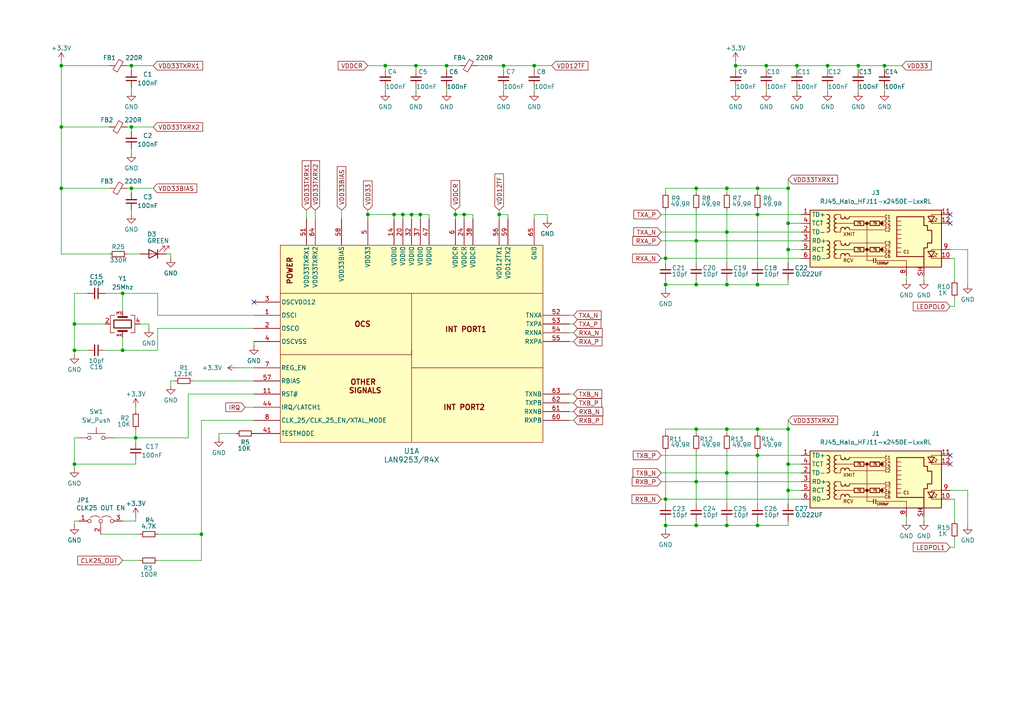
<source format=kicad_sch>
(kicad_sch
	(version 20231120)
	(generator "eeschema")
	(generator_version "8.0")
	(uuid "c9787b77-e9d1-4903-983c-5ffaba1123e6")
	(paper "A4")
	
	(junction
		(at 120.65 19.05)
		(diameter 0)
		(color 0 0 0 0)
		(uuid "01a84431-6596-419b-b9f7-b5bd2cd23051")
	)
	(junction
		(at 228.6 54.61)
		(diameter 0)
		(color 0 0 0 0)
		(uuid "02a4761b-87a4-4ebd-8cd5-d35948685ec0")
	)
	(junction
		(at 219.71 132.08)
		(diameter 0)
		(color 0 0 0 0)
		(uuid "07cfc194-c11c-4d64-ac85-f58743028343")
	)
	(junction
		(at 248.92 19.05)
		(diameter 0)
		(color 0 0 0 0)
		(uuid "086cfea5-aa14-4522-b362-96a62ea87438")
	)
	(junction
		(at 129.54 19.05)
		(diameter 0)
		(color 0 0 0 0)
		(uuid "19b5e5d7-24f9-46df-b6db-5c5b11e8f84a")
	)
	(junction
		(at 210.82 124.46)
		(diameter 0)
		(color 0 0 0 0)
		(uuid "24ac710f-74e5-4517-817d-c01373071c59")
	)
	(junction
		(at 193.04 152.4)
		(diameter 0)
		(color 0 0 0 0)
		(uuid "2aa0a1dc-e99c-43c7-aa96-88ac306c95d2")
	)
	(junction
		(at 21.59 134.62)
		(diameter 0)
		(color 0 0 0 0)
		(uuid "30db7afd-c036-45cd-bab9-5092458eae42")
	)
	(junction
		(at 193.04 144.78)
		(diameter 0)
		(color 0 0 0 0)
		(uuid "3549327c-8c5a-44aa-86cf-660490c379bd")
	)
	(junction
		(at 219.71 82.55)
		(diameter 0)
		(color 0 0 0 0)
		(uuid "39833a1a-b72b-487e-8a2d-18c9d519d20c")
	)
	(junction
		(at 201.93 69.85)
		(diameter 0)
		(color 0 0 0 0)
		(uuid "3a186213-0261-4fe0-a030-17ea03ae3e59")
	)
	(junction
		(at 213.36 19.05)
		(diameter 0)
		(color 0 0 0 0)
		(uuid "3ae1f084-7958-4c1c-8f89-2c3a3f63bed1")
	)
	(junction
		(at 219.71 62.23)
		(diameter 0)
		(color 0 0 0 0)
		(uuid "3b6bca31-9798-4f29-91a4-b30b6fcb7766")
	)
	(junction
		(at 35.56 85.09)
		(diameter 0)
		(color 0 0 0 0)
		(uuid "3f4a0264-8e7c-4767-bac8-20a2a4d7a8d1")
	)
	(junction
		(at 228.6 72.39)
		(diameter 0)
		(color 0 0 0 0)
		(uuid "47d374fc-86e1-4f2e-8d4e-869222b02cb8")
	)
	(junction
		(at 144.78 62.23)
		(diameter 0)
		(color 0 0 0 0)
		(uuid "4884e044-0831-4d8b-b997-0b020c7f57fb")
	)
	(junction
		(at 210.82 152.4)
		(diameter 0)
		(color 0 0 0 0)
		(uuid "4920a122-8797-453b-b7b5-62e156adbcc6")
	)
	(junction
		(at 219.71 54.61)
		(diameter 0)
		(color 0 0 0 0)
		(uuid "4afa5cd5-bedc-46af-852f-b0aea78cd657")
	)
	(junction
		(at 17.78 19.05)
		(diameter 0)
		(color 0 0 0 0)
		(uuid "56fc0825-45fe-424f-886d-283518d97d60")
	)
	(junction
		(at 38.1 36.83)
		(diameter 0)
		(color 0 0 0 0)
		(uuid "58e7dde2-f922-44c6-8454-9ed813a43c7b")
	)
	(junction
		(at 154.94 19.05)
		(diameter 0)
		(color 0 0 0 0)
		(uuid "662b17af-8d6f-4808-bef6-8a096b7929f7")
	)
	(junction
		(at 58.42 154.94)
		(diameter 0)
		(color 0 0 0 0)
		(uuid "77815f96-d0dd-4c1e-9a95-fcbb65be2b6a")
	)
	(junction
		(at 38.1 54.61)
		(diameter 0)
		(color 0 0 0 0)
		(uuid "799a9101-c6bf-4f96-8880-0415612cc3ba")
	)
	(junction
		(at 114.3 62.23)
		(diameter 0)
		(color 0 0 0 0)
		(uuid "79ec0c1b-fd9b-4faa-a3e0-6258057c58ac")
	)
	(junction
		(at 106.68 62.23)
		(diameter 0)
		(color 0 0 0 0)
		(uuid "7d37d6d9-a139-4238-9de1-77096accfc0c")
	)
	(junction
		(at 228.6 134.62)
		(diameter 0)
		(color 0 0 0 0)
		(uuid "8e39db6d-8d73-4845-b414-e4989664e162")
	)
	(junction
		(at 210.82 137.16)
		(diameter 0)
		(color 0 0 0 0)
		(uuid "93e7b98b-9f19-432a-bc5a-d805167abef7")
	)
	(junction
		(at 38.1 19.05)
		(diameter 0)
		(color 0 0 0 0)
		(uuid "955e4e02-87ff-4906-aac6-86e62368e383")
	)
	(junction
		(at 256.54 19.05)
		(diameter 0)
		(color 0 0 0 0)
		(uuid "98f42716-2b16-4a9e-aafc-c3902cad60b8")
	)
	(junction
		(at 222.25 19.05)
		(diameter 0)
		(color 0 0 0 0)
		(uuid "9a849853-d77b-444f-84fb-39867fa92833")
	)
	(junction
		(at 201.93 124.46)
		(diameter 0)
		(color 0 0 0 0)
		(uuid "a3e94efe-5871-4750-9375-334b62b7d30b")
	)
	(junction
		(at 21.59 93.98)
		(diameter 0)
		(color 0 0 0 0)
		(uuid "a6866d2a-fa03-464c-b5bb-6c02a8752b6e")
	)
	(junction
		(at 219.71 152.4)
		(diameter 0)
		(color 0 0 0 0)
		(uuid "afffbb12-17c6-4a03-a2e9-d7112f2f689b")
	)
	(junction
		(at 146.05 19.05)
		(diameter 0)
		(color 0 0 0 0)
		(uuid "b3c9ce49-0ac4-4251-a8a7-f7e509f1dec2")
	)
	(junction
		(at 210.82 67.31)
		(diameter 0)
		(color 0 0 0 0)
		(uuid "b56a5b13-97b2-4792-bcf5-a8048e42c00f")
	)
	(junction
		(at 193.04 74.93)
		(diameter 0)
		(color 0 0 0 0)
		(uuid "b6011ff4-643c-46a5-91cf-b3a04e2bf1e0")
	)
	(junction
		(at 132.08 62.23)
		(diameter 0)
		(color 0 0 0 0)
		(uuid "b712e61d-89e3-4c2a-83b4-bfaf5872556c")
	)
	(junction
		(at 231.14 19.05)
		(diameter 0)
		(color 0 0 0 0)
		(uuid "b79f1a75-42b4-4535-a071-0f93fcc6c2c3")
	)
	(junction
		(at 201.93 152.4)
		(diameter 0)
		(color 0 0 0 0)
		(uuid "b7ff8a33-3b40-4303-b327-a41aab5422e8")
	)
	(junction
		(at 121.92 62.23)
		(diameter 0)
		(color 0 0 0 0)
		(uuid "bab45977-ed72-4c0e-89da-38a99c73095d")
	)
	(junction
		(at 228.6 64.77)
		(diameter 0)
		(color 0 0 0 0)
		(uuid "c44d2a48-6f0b-466b-a61b-de523f4fd9c2")
	)
	(junction
		(at 240.03 19.05)
		(diameter 0)
		(color 0 0 0 0)
		(uuid "c88f592d-5114-409f-8f22-132d5bf849e1")
	)
	(junction
		(at 201.93 139.7)
		(diameter 0)
		(color 0 0 0 0)
		(uuid "cd3bad25-7cd3-4d78-8bb7-6767d3fd7d53")
	)
	(junction
		(at 17.78 36.83)
		(diameter 0)
		(color 0 0 0 0)
		(uuid "ce56fcaf-f9da-4913-abbd-c1b56e979b03")
	)
	(junction
		(at 201.93 82.55)
		(diameter 0)
		(color 0 0 0 0)
		(uuid "cf10ee14-9372-471c-b470-f7e023ddf2b5")
	)
	(junction
		(at 21.59 101.6)
		(diameter 0)
		(color 0 0 0 0)
		(uuid "d00f52d1-cba0-4e2a-a621-d234bff74a98")
	)
	(junction
		(at 39.37 127)
		(diameter 0)
		(color 0 0 0 0)
		(uuid "d76ffd49-18ff-41c7-92f7-7c142ae793a4")
	)
	(junction
		(at 35.56 101.6)
		(diameter 0)
		(color 0 0 0 0)
		(uuid "d782d1d1-e33d-4ec6-b1d2-063f1a919c36")
	)
	(junction
		(at 116.84 62.23)
		(diameter 0)
		(color 0 0 0 0)
		(uuid "d7a28682-3bae-4cdd-a8ab-326487b248af")
	)
	(junction
		(at 210.82 82.55)
		(diameter 0)
		(color 0 0 0 0)
		(uuid "e13b1b6f-845b-4321-9575-ff0cadd2f9d7")
	)
	(junction
		(at 201.93 54.61)
		(diameter 0)
		(color 0 0 0 0)
		(uuid "e24e417e-03fe-4dad-bc9f-9841b5300efe")
	)
	(junction
		(at 17.78 54.61)
		(diameter 0)
		(color 0 0 0 0)
		(uuid "e68890e6-325e-466c-8f10-7cdd70a0d2ca")
	)
	(junction
		(at 228.6 142.24)
		(diameter 0)
		(color 0 0 0 0)
		(uuid "e8c2b71d-d437-4d6f-83bc-6d204cc8be03")
	)
	(junction
		(at 111.76 19.05)
		(diameter 0)
		(color 0 0 0 0)
		(uuid "eb125cbb-0624-41c0-b782-1db20ac10a28")
	)
	(junction
		(at 210.82 54.61)
		(diameter 0)
		(color 0 0 0 0)
		(uuid "f1a7d865-ca15-4351-bf41-20eef3ded193")
	)
	(junction
		(at 119.38 62.23)
		(diameter 0)
		(color 0 0 0 0)
		(uuid "f57dc155-447b-431a-ae81-efbe7c92850f")
	)
	(junction
		(at 219.71 124.46)
		(diameter 0)
		(color 0 0 0 0)
		(uuid "f6944a8d-fee4-405f-9a23-634457f02d8f")
	)
	(junction
		(at 228.6 124.46)
		(diameter 0)
		(color 0 0 0 0)
		(uuid "fa5f25ce-d6e1-4567-9f72-485fff3da6a1")
	)
	(junction
		(at 134.62 62.23)
		(diameter 0)
		(color 0 0 0 0)
		(uuid "facc9dcc-7372-4a12-ac66-71c353d53933")
	)
	(junction
		(at 193.04 82.55)
		(diameter 0)
		(color 0 0 0 0)
		(uuid "fafcfd2a-b54d-474f-b16e-a8e51306dea4")
	)
	(no_connect
		(at 73.66 87.63)
		(uuid "160a55d0-dfa1-4a9a-beae-7db6d199f456")
	)
	(no_connect
		(at 275.59 134.62)
		(uuid "2689c614-72de-4284-a051-d1d42d417af9")
	)
	(no_connect
		(at 275.59 132.08)
		(uuid "40da4d00-74e1-490e-96ac-7fe1a1c92195")
	)
	(no_connect
		(at 275.59 64.77)
		(uuid "511d314b-20f0-4f42-897c-e77c674d72c1")
	)
	(no_connect
		(at 275.59 62.23)
		(uuid "ca6cd20f-65f8-48d1-a7d3-3f0eb60f7d55")
	)
	(wire
		(pts
			(xy 48.26 73.66) (xy 49.53 73.66)
		)
		(stroke
			(width 0)
			(type default)
		)
		(uuid "00a4aa5c-75ec-4d6f-9e59-2a3bf61813db")
	)
	(wire
		(pts
			(xy 228.6 142.24) (xy 228.6 146.05)
		)
		(stroke
			(width 0)
			(type default)
		)
		(uuid "00d122bc-2a41-4966-80f8-959bb421532a")
	)
	(wire
		(pts
			(xy 201.93 152.4) (xy 210.82 152.4)
		)
		(stroke
			(width 0)
			(type default)
		)
		(uuid "049e4911-06b8-4292-8e5c-92122e94fcbf")
	)
	(wire
		(pts
			(xy 193.04 54.61) (xy 201.93 54.61)
		)
		(stroke
			(width 0)
			(type default)
		)
		(uuid "05635274-ce96-4df2-9ff5-317be587a6b8")
	)
	(wire
		(pts
			(xy 114.3 63.5) (xy 114.3 62.23)
		)
		(stroke
			(width 0)
			(type default)
		)
		(uuid "05e73e51-7d41-4a24-aa4c-c0e7d8f88cb0")
	)
	(wire
		(pts
			(xy 193.04 144.78) (xy 193.04 146.05)
		)
		(stroke
			(width 0)
			(type default)
		)
		(uuid "08bcbf10-8ddc-4b94-95e0-314d8a06f1a8")
	)
	(wire
		(pts
			(xy 106.68 60.96) (xy 106.68 62.23)
		)
		(stroke
			(width 0)
			(type default)
		)
		(uuid "09cf677b-3a19-401c-85be-cba69c4e2c32")
	)
	(wire
		(pts
			(xy 68.58 106.68) (xy 73.66 106.68)
		)
		(stroke
			(width 0)
			(type default)
		)
		(uuid "0d3d1605-f2db-45d1-8e52-54105938b2bf")
	)
	(wire
		(pts
			(xy 191.77 132.08) (xy 219.71 132.08)
		)
		(stroke
			(width 0)
			(type default)
		)
		(uuid "0d7ca459-5df6-4914-ad35-5f3aa5a01929")
	)
	(wire
		(pts
			(xy 219.71 62.23) (xy 232.41 62.23)
		)
		(stroke
			(width 0)
			(type default)
		)
		(uuid "0dbdda03-9439-4d9e-89a7-4397018aa4c5")
	)
	(wire
		(pts
			(xy 275.59 142.24) (xy 280.67 142.24)
		)
		(stroke
			(width 0)
			(type default)
		)
		(uuid "0ec40477-8527-4e8e-a6b6-c24eb0ea9352")
	)
	(wire
		(pts
			(xy 228.6 121.92) (xy 228.6 124.46)
		)
		(stroke
			(width 0)
			(type default)
		)
		(uuid "0fea990f-c276-4207-9e7a-513015835ed3")
	)
	(wire
		(pts
			(xy 120.65 19.05) (xy 120.65 20.32)
		)
		(stroke
			(width 0)
			(type default)
		)
		(uuid "10d1d1d6-a32b-4c02-b9d8-590f3bf635e8")
	)
	(wire
		(pts
			(xy 193.04 82.55) (xy 193.04 83.82)
		)
		(stroke
			(width 0)
			(type default)
		)
		(uuid "10f3c738-c9c4-4d61-b75f-2dce8806e5c5")
	)
	(wire
		(pts
			(xy 147.32 63.5) (xy 147.32 62.23)
		)
		(stroke
			(width 0)
			(type default)
		)
		(uuid "11253bce-b0fc-4f91-8de4-22e9b37a1e39")
	)
	(wire
		(pts
			(xy 120.65 19.05) (xy 129.54 19.05)
		)
		(stroke
			(width 0)
			(type default)
		)
		(uuid "11b675c6-9e36-4c36-a894-ff5c4861728a")
	)
	(wire
		(pts
			(xy 228.6 142.24) (xy 228.6 134.62)
		)
		(stroke
			(width 0)
			(type default)
		)
		(uuid "121ba910-b9fd-4a30-8846-c84ff895dae4")
	)
	(wire
		(pts
			(xy 219.71 125.73) (xy 219.71 124.46)
		)
		(stroke
			(width 0)
			(type default)
		)
		(uuid "129f3e7e-6e83-4249-bb05-186de36a51dd")
	)
	(wire
		(pts
			(xy 193.04 124.46) (xy 201.93 124.46)
		)
		(stroke
			(width 0)
			(type default)
		)
		(uuid "12b91102-b51a-4512-ba8c-1a8ddf08d8bd")
	)
	(wire
		(pts
			(xy 261.62 19.05) (xy 256.54 19.05)
		)
		(stroke
			(width 0)
			(type default)
		)
		(uuid "1562de10-ff0e-496a-8332-b7e11908f168")
	)
	(wire
		(pts
			(xy 29.21 154.94) (xy 40.64 154.94)
		)
		(stroke
			(width 0)
			(type default)
		)
		(uuid "16101ab4-1917-46bf-ae6c-1e09127f6581")
	)
	(wire
		(pts
			(xy 22.86 127) (xy 21.59 127)
		)
		(stroke
			(width 0)
			(type default)
		)
		(uuid "16a98137-278e-4b5e-85c1-fa9d44f194f1")
	)
	(wire
		(pts
			(xy 106.68 62.23) (xy 106.68 63.5)
		)
		(stroke
			(width 0)
			(type default)
		)
		(uuid "17534fc8-ef07-4a98-8f41-e78e056e0bdd")
	)
	(wire
		(pts
			(xy 146.05 19.05) (xy 146.05 20.32)
		)
		(stroke
			(width 0)
			(type default)
		)
		(uuid "1a2a1fd1-d56e-47a8-86a2-8c4623b03077")
	)
	(wire
		(pts
			(xy 219.71 55.88) (xy 219.71 54.61)
		)
		(stroke
			(width 0)
			(type default)
		)
		(uuid "1a342ac9-347c-4f4b-a7e5-7418dc0ce820")
	)
	(wire
		(pts
			(xy 158.75 62.23) (xy 158.75 63.5)
		)
		(stroke
			(width 0)
			(type default)
		)
		(uuid "1a44bdd2-aa01-40a3-823a-933083e432ae")
	)
	(wire
		(pts
			(xy 119.38 62.23) (xy 116.84 62.23)
		)
		(stroke
			(width 0)
			(type default)
		)
		(uuid "1be602f2-51b7-4cbd-826b-c6705e1f166e")
	)
	(wire
		(pts
			(xy 232.41 142.24) (xy 228.6 142.24)
		)
		(stroke
			(width 0)
			(type default)
		)
		(uuid "1e3ec2f2-1300-48be-baad-75363ebb8d1d")
	)
	(wire
		(pts
			(xy 121.92 63.5) (xy 121.92 62.23)
		)
		(stroke
			(width 0)
			(type default)
		)
		(uuid "1fcffd70-a495-4cf7-9fe9-4a447d98723f")
	)
	(wire
		(pts
			(xy 228.6 52.07) (xy 228.6 54.61)
		)
		(stroke
			(width 0)
			(type default)
		)
		(uuid "212f6b1b-3f8b-4391-87fb-464ff62ebc3e")
	)
	(wire
		(pts
			(xy 240.03 19.05) (xy 240.03 20.32)
		)
		(stroke
			(width 0)
			(type default)
		)
		(uuid "21581160-9ecf-4baa-85bd-35e4120d978a")
	)
	(wire
		(pts
			(xy 63.5 125.73) (xy 68.58 125.73)
		)
		(stroke
			(width 0)
			(type default)
		)
		(uuid "222fd5b2-0f49-4b77-ab31-0b89625b5277")
	)
	(wire
		(pts
			(xy 154.94 20.32) (xy 154.94 19.05)
		)
		(stroke
			(width 0)
			(type default)
		)
		(uuid "23173217-5053-4e48-8ac0-206d76fa64b0")
	)
	(wire
		(pts
			(xy 193.04 60.96) (xy 193.04 74.93)
		)
		(stroke
			(width 0)
			(type default)
		)
		(uuid "23c13d0b-ff33-4051-bf96-02691f33179a")
	)
	(wire
		(pts
			(xy 248.92 19.05) (xy 240.03 19.05)
		)
		(stroke
			(width 0)
			(type default)
		)
		(uuid "24f686cc-d113-4748-9cde-c0b0828fa2d1")
	)
	(wire
		(pts
			(xy 21.59 93.98) (xy 21.59 101.6)
		)
		(stroke
			(width 0)
			(type default)
		)
		(uuid "25372f70-a996-4119-a00e-009cce0b53ae")
	)
	(wire
		(pts
			(xy 35.56 85.09) (xy 45.72 85.09)
		)
		(stroke
			(width 0)
			(type default)
		)
		(uuid "26046206-397e-4f84-a231-cc7d46512127")
	)
	(wire
		(pts
			(xy 17.78 19.05) (xy 31.75 19.05)
		)
		(stroke
			(width 0)
			(type default)
		)
		(uuid "2b04bece-4c4b-4060-b9c5-b2d0f8cfc22c")
	)
	(wire
		(pts
			(xy 36.83 73.66) (xy 40.64 73.66)
		)
		(stroke
			(width 0)
			(type default)
		)
		(uuid "2b90bd2c-f296-4857-b60c-6b6efb1aee49")
	)
	(wire
		(pts
			(xy 111.76 19.05) (xy 111.76 20.32)
		)
		(stroke
			(width 0)
			(type default)
		)
		(uuid "2b9bdda3-a3f1-4bb3-b69c-04ab013f7f6c")
	)
	(wire
		(pts
			(xy 45.72 91.44) (xy 45.72 85.09)
		)
		(stroke
			(width 0)
			(type default)
		)
		(uuid "2bec42c4-19f7-4107-8536-0bdb5f47eb08")
	)
	(wire
		(pts
			(xy 166.37 93.98) (xy 165.1 93.98)
		)
		(stroke
			(width 0)
			(type default)
		)
		(uuid "2c192cb4-bae0-4de4-9f66-9ba5c9dd9078")
	)
	(wire
		(pts
			(xy 219.71 81.28) (xy 219.71 82.55)
		)
		(stroke
			(width 0)
			(type default)
		)
		(uuid "2cfd0672-e470-4b9d-b40e-7979ee292323")
	)
	(wire
		(pts
			(xy 256.54 25.4) (xy 256.54 26.67)
		)
		(stroke
			(width 0)
			(type default)
		)
		(uuid "32ad5343-999d-4dc9-9a2d-c6397ce812b8")
	)
	(wire
		(pts
			(xy 138.43 19.05) (xy 146.05 19.05)
		)
		(stroke
			(width 0)
			(type default)
		)
		(uuid "335c51af-097f-4e0d-8d57-908cd8fa5a51")
	)
	(wire
		(pts
			(xy 38.1 19.05) (xy 38.1 20.32)
		)
		(stroke
			(width 0)
			(type default)
		)
		(uuid "3461d97a-5c0c-46a1-ae4f-d1a4cf40d2a4")
	)
	(wire
		(pts
			(xy 21.59 135.89) (xy 21.59 134.62)
		)
		(stroke
			(width 0)
			(type default)
		)
		(uuid "364b8bde-c834-4c79-bdbb-4b2b674124f9")
	)
	(wire
		(pts
			(xy 88.9 60.96) (xy 88.9 63.5)
		)
		(stroke
			(width 0)
			(type default)
		)
		(uuid "37fe7454-0499-4f31-9af8-1bdafca9ded4")
	)
	(wire
		(pts
			(xy 45.72 91.44) (xy 73.66 91.44)
		)
		(stroke
			(width 0)
			(type default)
		)
		(uuid "392ceb86-df7d-4f0e-9f42-5135183ae90c")
	)
	(wire
		(pts
			(xy 193.04 82.55) (xy 201.93 82.55)
		)
		(stroke
			(width 0)
			(type default)
		)
		(uuid "39d98bbe-fdf3-40e4-abea-11748fab7f9a")
	)
	(wire
		(pts
			(xy 276.86 144.78) (xy 276.86 151.13)
		)
		(stroke
			(width 0)
			(type default)
		)
		(uuid "3cca41e2-c3b8-42a5-a55c-0ca87441391a")
	)
	(wire
		(pts
			(xy 50.8 110.49) (xy 49.53 110.49)
		)
		(stroke
			(width 0)
			(type default)
		)
		(uuid "3fa5b060-0d87-42d5-8752-b9776b708f8e")
	)
	(wire
		(pts
			(xy 166.37 99.06) (xy 165.1 99.06)
		)
		(stroke
			(width 0)
			(type default)
		)
		(uuid "400868be-26e3-4834-aeb4-2e49c4856794")
	)
	(wire
		(pts
			(xy 134.62 62.23) (xy 132.08 62.23)
		)
		(stroke
			(width 0)
			(type default)
		)
		(uuid "40451193-ee40-40a2-bd85-0f3fc3e0f128")
	)
	(wire
		(pts
			(xy 191.77 62.23) (xy 219.71 62.23)
		)
		(stroke
			(width 0)
			(type default)
		)
		(uuid "41d125f4-e56a-4836-adec-4967a20e6e98")
	)
	(wire
		(pts
			(xy 201.93 55.88) (xy 201.93 54.61)
		)
		(stroke
			(width 0)
			(type default)
		)
		(uuid "422ef147-29b8-4818-b9e7-71c9235fdcbb")
	)
	(wire
		(pts
			(xy 219.71 151.13) (xy 219.71 152.4)
		)
		(stroke
			(width 0)
			(type default)
		)
		(uuid "4330706b-3cc8-472a-b477-1ffffb718c21")
	)
	(wire
		(pts
			(xy 240.03 25.4) (xy 240.03 26.67)
		)
		(stroke
			(width 0)
			(type default)
		)
		(uuid "45d5256f-856a-4c75-a713-09e0f4fe182f")
	)
	(wire
		(pts
			(xy 106.68 19.05) (xy 111.76 19.05)
		)
		(stroke
			(width 0)
			(type default)
		)
		(uuid "4958fe9b-686f-4dd5-8a06-f9dde51b4a87")
	)
	(wire
		(pts
			(xy 146.05 25.4) (xy 146.05 26.67)
		)
		(stroke
			(width 0)
			(type default)
		)
		(uuid "49615a60-91cc-42b5-b1ed-fafa3349e443")
	)
	(wire
		(pts
			(xy 210.82 124.46) (xy 201.93 124.46)
		)
		(stroke
			(width 0)
			(type default)
		)
		(uuid "49c8e270-ef5a-47c6-bf2d-dba51a95703e")
	)
	(wire
		(pts
			(xy 219.71 82.55) (xy 210.82 82.55)
		)
		(stroke
			(width 0)
			(type default)
		)
		(uuid "4d056c5b-4578-42ec-aa0a-0757ad24d8c0")
	)
	(wire
		(pts
			(xy 120.65 25.4) (xy 120.65 26.67)
		)
		(stroke
			(width 0)
			(type default)
		)
		(uuid "4d24ed04-52a3-47fa-9f24-0af20d659c23")
	)
	(wire
		(pts
			(xy 213.36 25.4) (xy 213.36 26.67)
		)
		(stroke
			(width 0)
			(type default)
		)
		(uuid "4d34b847-b3df-4ac2-a8d4-3e248f87abfb")
	)
	(wire
		(pts
			(xy 38.1 19.05) (xy 44.45 19.05)
		)
		(stroke
			(width 0)
			(type default)
		)
		(uuid "4d4c9809-0599-46cc-b125-b17854457071")
	)
	(wire
		(pts
			(xy 193.04 130.81) (xy 193.04 144.78)
		)
		(stroke
			(width 0)
			(type default)
		)
		(uuid "519ff0c4-d91f-486e-b7ac-6d9c57a42496")
	)
	(wire
		(pts
			(xy 276.86 74.93) (xy 276.86 81.28)
		)
		(stroke
			(width 0)
			(type default)
		)
		(uuid "51f29333-c9cc-43c6-9765-b984123253aa")
	)
	(wire
		(pts
			(xy 213.36 17.78) (xy 213.36 19.05)
		)
		(stroke
			(width 0)
			(type default)
		)
		(uuid "52576120-0295-4c66-8ec0-6b8a5a00ef72")
	)
	(wire
		(pts
			(xy 38.1 60.96) (xy 38.1 62.23)
		)
		(stroke
			(width 0)
			(type default)
		)
		(uuid "527f9186-ae79-4517-9026-2d9eb8cbf48b")
	)
	(wire
		(pts
			(xy 232.41 72.39) (xy 228.6 72.39)
		)
		(stroke
			(width 0)
			(type default)
		)
		(uuid "52bd050c-ba06-4dc9-be7a-f0adba096ae9")
	)
	(wire
		(pts
			(xy 154.94 62.23) (xy 158.75 62.23)
		)
		(stroke
			(width 0)
			(type default)
		)
		(uuid "5674b2ce-8824-458f-b777-493863b89bdb")
	)
	(wire
		(pts
			(xy 166.37 114.3) (xy 165.1 114.3)
		)
		(stroke
			(width 0)
			(type default)
		)
		(uuid "57ac29b2-7753-46f6-b848-392fc6b76110")
	)
	(wire
		(pts
			(xy 38.1 54.61) (xy 38.1 55.88)
		)
		(stroke
			(width 0)
			(type default)
		)
		(uuid "589920db-b819-47d5-bab5-79ac620f8d2f")
	)
	(wire
		(pts
			(xy 275.59 72.39) (xy 280.67 72.39)
		)
		(stroke
			(width 0)
			(type default)
		)
		(uuid "59301c08-5b2e-4531-ae50-ac24aad4fd40")
	)
	(wire
		(pts
			(xy 121.92 62.23) (xy 124.46 62.23)
		)
		(stroke
			(width 0)
			(type default)
		)
		(uuid "5941556e-8dbc-4606-b99f-ad6378ce25c1")
	)
	(wire
		(pts
			(xy 201.93 81.28) (xy 201.93 82.55)
		)
		(stroke
			(width 0)
			(type default)
		)
		(uuid "5b2cedfb-f989-4956-ae4e-1793c96deea6")
	)
	(wire
		(pts
			(xy 228.6 64.77) (xy 228.6 54.61)
		)
		(stroke
			(width 0)
			(type default)
		)
		(uuid "5b5685ee-13b7-48fa-8e7f-4e997a892555")
	)
	(wire
		(pts
			(xy 21.59 151.13) (xy 22.86 151.13)
		)
		(stroke
			(width 0)
			(type default)
		)
		(uuid "5bfcfa1d-78a8-4aec-bc30-1e5e09d9e0d6")
	)
	(wire
		(pts
			(xy 31.75 36.83) (xy 17.78 36.83)
		)
		(stroke
			(width 0)
			(type default)
		)
		(uuid "5f2e95a9-4510-4708-b459-ecf1122f84e0")
	)
	(wire
		(pts
			(xy 231.14 19.05) (xy 222.25 19.05)
		)
		(stroke
			(width 0)
			(type default)
		)
		(uuid "5fee18ee-f4d9-4801-bfd2-88255bc174c0")
	)
	(wire
		(pts
			(xy 134.62 63.5) (xy 134.62 62.23)
		)
		(stroke
			(width 0)
			(type default)
		)
		(uuid "61d9f0bf-97b1-4e84-8325-6c372cea1627")
	)
	(wire
		(pts
			(xy 30.48 101.6) (xy 35.56 101.6)
		)
		(stroke
			(width 0)
			(type default)
		)
		(uuid "6376a973-f337-45eb-b824-e6360b1d8355")
	)
	(wire
		(pts
			(xy 154.94 19.05) (xy 160.02 19.05)
		)
		(stroke
			(width 0)
			(type default)
		)
		(uuid "657bff74-5339-450b-a2ca-6a5150e2bce3")
	)
	(wire
		(pts
			(xy 193.04 151.13) (xy 193.04 152.4)
		)
		(stroke
			(width 0)
			(type default)
		)
		(uuid "6591e1b6-191b-425f-b2d2-d3be510889a2")
	)
	(wire
		(pts
			(xy 21.59 152.4) (xy 21.59 151.13)
		)
		(stroke
			(width 0)
			(type default)
		)
		(uuid "66c2d9be-381c-49c8-b860-1f4f133795e8")
	)
	(wire
		(pts
			(xy 191.77 139.7) (xy 201.93 139.7)
		)
		(stroke
			(width 0)
			(type default)
		)
		(uuid "671d286a-f8fa-4724-894c-0b30e61a53e7")
	)
	(wire
		(pts
			(xy 39.37 133.35) (xy 39.37 134.62)
		)
		(stroke
			(width 0)
			(type default)
		)
		(uuid "68541fcc-05fa-4edd-9bc5-ec3d503147fb")
	)
	(wire
		(pts
			(xy 166.37 96.52) (xy 165.1 96.52)
		)
		(stroke
			(width 0)
			(type default)
		)
		(uuid "685d0122-1f8e-452e-9b32-607e8867f81c")
	)
	(wire
		(pts
			(xy 144.78 62.23) (xy 144.78 63.5)
		)
		(stroke
			(width 0)
			(type default)
		)
		(uuid "68ea71e6-b776-4a3c-aa22-3b2821d2e94c")
	)
	(wire
		(pts
			(xy 201.93 54.61) (xy 210.82 54.61)
		)
		(stroke
			(width 0)
			(type default)
		)
		(uuid "694d565c-1f9a-4460-9afa-51362527029c")
	)
	(wire
		(pts
			(xy 267.97 80.01) (xy 267.97 81.28)
		)
		(stroke
			(width 0)
			(type default)
		)
		(uuid "69789a69-2abf-497c-8a7a-1c61073a2d1c")
	)
	(wire
		(pts
			(xy 219.71 60.96) (xy 219.71 62.23)
		)
		(stroke
			(width 0)
			(type default)
		)
		(uuid "6a4ad8c8-cfc6-4220-a599-a4674991a029")
	)
	(wire
		(pts
			(xy 193.04 74.93) (xy 193.04 76.2)
		)
		(stroke
			(width 0)
			(type default)
		)
		(uuid "6a5f78a6-28c2-462b-91e4-825dcdd4916e")
	)
	(wire
		(pts
			(xy 248.92 19.05) (xy 248.92 20.32)
		)
		(stroke
			(width 0)
			(type default)
		)
		(uuid "6aac07ff-d564-4c59-96a8-922ebd529347")
	)
	(wire
		(pts
			(xy 116.84 62.23) (xy 114.3 62.23)
		)
		(stroke
			(width 0)
			(type default)
		)
		(uuid "6d7e1e85-55ef-487f-8acf-c99aa53b3c9c")
	)
	(wire
		(pts
			(xy 240.03 19.05) (xy 231.14 19.05)
		)
		(stroke
			(width 0)
			(type default)
		)
		(uuid "6dc4de9d-8445-403d-bf2e-14f177e2a056")
	)
	(wire
		(pts
			(xy 49.53 110.49) (xy 49.53 111.76)
		)
		(stroke
			(width 0)
			(type default)
		)
		(uuid "6e11672e-15a5-43d5-8bfe-be280ee1f448")
	)
	(wire
		(pts
			(xy 219.71 62.23) (xy 219.71 76.2)
		)
		(stroke
			(width 0)
			(type default)
		)
		(uuid "6e58af3d-c888-4089-9aac-469c63234d87")
	)
	(wire
		(pts
			(xy 17.78 54.61) (xy 17.78 36.83)
		)
		(stroke
			(width 0)
			(type default)
		)
		(uuid "70639b04-c276-42a9-9657-63a2a01479d9")
	)
	(wire
		(pts
			(xy 21.59 127) (xy 21.59 134.62)
		)
		(stroke
			(width 0)
			(type default)
		)
		(uuid "70ef6b8d-f60d-4e8a-aed1-ef09ce983469")
	)
	(wire
		(pts
			(xy 124.46 63.5) (xy 124.46 62.23)
		)
		(stroke
			(width 0)
			(type default)
		)
		(uuid "724369ba-0ab5-4280-b986-74631cdd0265")
	)
	(wire
		(pts
			(xy 54.61 114.3) (xy 54.61 127)
		)
		(stroke
			(width 0)
			(type default)
		)
		(uuid "73079a76-217a-463f-83f4-63f678b3e7c0")
	)
	(wire
		(pts
			(xy 36.83 19.05) (xy 38.1 19.05)
		)
		(stroke
			(width 0)
			(type default)
		)
		(uuid "73544b25-20b9-46ca-bb5e-46f4b4be1cc8")
	)
	(wire
		(pts
			(xy 49.53 73.66) (xy 49.53 74.93)
		)
		(stroke
			(width 0)
			(type default)
		)
		(uuid "744eca89-c7d6-4708-bbc3-8799c6cca0e2")
	)
	(wire
		(pts
			(xy 210.82 137.16) (xy 210.82 146.05)
		)
		(stroke
			(width 0)
			(type default)
		)
		(uuid "7679f526-d7e2-4171-9964-8f99f7fd8d38")
	)
	(wire
		(pts
			(xy 248.92 25.4) (xy 248.92 26.67)
		)
		(stroke
			(width 0)
			(type default)
		)
		(uuid "77de7357-f47f-48cf-8bcd-7f652e01a20a")
	)
	(wire
		(pts
			(xy 17.78 17.78) (xy 17.78 19.05)
		)
		(stroke
			(width 0)
			(type default)
		)
		(uuid "77f73a04-1afc-4504-84d9-5cff6d90648d")
	)
	(wire
		(pts
			(xy 210.82 137.16) (xy 232.41 137.16)
		)
		(stroke
			(width 0)
			(type default)
		)
		(uuid "78aded71-0c31-4367-9b07-7b5ae0566158")
	)
	(wire
		(pts
			(xy 276.86 156.21) (xy 276.86 158.75)
		)
		(stroke
			(width 0)
			(type default)
		)
		(uuid "7a58d0ee-009d-482e-af55-f4d674b39193")
	)
	(wire
		(pts
			(xy 280.67 142.24) (xy 280.67 152.4)
		)
		(stroke
			(width 0)
			(type default)
		)
		(uuid "7a811a67-ed3c-4979-ada7-67f50be85879")
	)
	(wire
		(pts
			(xy 232.41 134.62) (xy 228.6 134.62)
		)
		(stroke
			(width 0)
			(type default)
		)
		(uuid "7ac014b8-61c8-4c5d-96ab-b1970831d278")
	)
	(wire
		(pts
			(xy 275.59 144.78) (xy 276.86 144.78)
		)
		(stroke
			(width 0)
			(type default)
		)
		(uuid "7ad8bae0-6194-43fb-b113-4bcbdbbb3bd6")
	)
	(wire
		(pts
			(xy 201.93 139.7) (xy 201.93 146.05)
		)
		(stroke
			(width 0)
			(type default)
		)
		(uuid "7bdba7b6-ea3d-4fa8-b47e-134703ae0135")
	)
	(wire
		(pts
			(xy 280.67 72.39) (xy 280.67 82.55)
		)
		(stroke
			(width 0)
			(type default)
		)
		(uuid "7be1c03b-1971-4fec-81a7-c2acb206a49b")
	)
	(wire
		(pts
			(xy 193.04 74.93) (xy 232.41 74.93)
		)
		(stroke
			(width 0)
			(type default)
		)
		(uuid "7bec4e47-0780-46ed-a2d1-3de8650a3a32")
	)
	(wire
		(pts
			(xy 58.42 162.56) (xy 45.72 162.56)
		)
		(stroke
			(width 0)
			(type default)
		)
		(uuid "7e949ea2-879c-4899-b572-82c888e35853")
	)
	(wire
		(pts
			(xy 231.14 19.05) (xy 231.14 20.32)
		)
		(stroke
			(width 0)
			(type default)
		)
		(uuid "7f94d3b9-f957-4d8a-af6d-3aaf21dd1a3d")
	)
	(wire
		(pts
			(xy 38.1 25.4) (xy 38.1 26.67)
		)
		(stroke
			(width 0)
			(type default)
		)
		(uuid "7fd16cae-29a4-47d5-939e-c1f9181ef76f")
	)
	(wire
		(pts
			(xy 129.54 19.05) (xy 133.35 19.05)
		)
		(stroke
			(width 0)
			(type default)
		)
		(uuid "8252a64f-0992-46c5-889b-3d0b9fe711d7")
	)
	(wire
		(pts
			(xy 166.37 116.84) (xy 165.1 116.84)
		)
		(stroke
			(width 0)
			(type default)
		)
		(uuid "831a4ca9-0bf0-4352-b76c-cf1142cb442f")
	)
	(wire
		(pts
			(xy 35.56 162.56) (xy 40.64 162.56)
		)
		(stroke
			(width 0)
			(type default)
		)
		(uuid "847b4b6f-cdff-45fe-937b-89d86729a199")
	)
	(wire
		(pts
			(xy 193.04 152.4) (xy 193.04 153.67)
		)
		(stroke
			(width 0)
			(type default)
		)
		(uuid "8614d6f2-26ae-4396-97aa-d9d64ff06dba")
	)
	(wire
		(pts
			(xy 63.5 125.73) (xy 63.5 127)
		)
		(stroke
			(width 0)
			(type default)
		)
		(uuid "888aa5d6-36a3-4461-813f-f56a692bb26c")
	)
	(wire
		(pts
			(xy 73.66 99.06) (xy 73.66 100.33)
		)
		(stroke
			(width 0)
			(type default)
		)
		(uuid "8926211a-243f-48a7-8e08-19dc4e1c1f1b")
	)
	(wire
		(pts
			(xy 275.59 74.93) (xy 276.86 74.93)
		)
		(stroke
			(width 0)
			(type default)
		)
		(uuid "8a0aebef-f408-46e1-b281-3654d456e258")
	)
	(wire
		(pts
			(xy 201.93 125.73) (xy 201.93 124.46)
		)
		(stroke
			(width 0)
			(type default)
		)
		(uuid "8a7de44b-a51c-4e33-a005-b22d953321de")
	)
	(wire
		(pts
			(xy 222.25 25.4) (xy 222.25 26.67)
		)
		(stroke
			(width 0)
			(type default)
		)
		(uuid "8d93bbe0-c098-401d-b36e-aaf9d1c84f00")
	)
	(wire
		(pts
			(xy 129.54 25.4) (xy 129.54 26.67)
		)
		(stroke
			(width 0)
			(type default)
		)
		(uuid "8eb8a53d-d96b-4bb6-bf9f-c3ea36081fb9")
	)
	(wire
		(pts
			(xy 231.14 25.4) (xy 231.14 26.67)
		)
		(stroke
			(width 0)
			(type default)
		)
		(uuid "8f99bac8-13e1-4b9e-bc3d-219aba41e3cf")
	)
	(wire
		(pts
			(xy 193.04 124.46) (xy 193.04 125.73)
		)
		(stroke
			(width 0)
			(type default)
		)
		(uuid "91cb8e38-e7de-42cf-a925-23c1eeb18046")
	)
	(wire
		(pts
			(xy 219.71 54.61) (xy 210.82 54.61)
		)
		(stroke
			(width 0)
			(type default)
		)
		(uuid "922eb602-394e-4e8f-8180-eb5d77b3e1d7")
	)
	(wire
		(pts
			(xy 116.84 63.5) (xy 116.84 62.23)
		)
		(stroke
			(width 0)
			(type default)
		)
		(uuid "9253f3e0-dc76-46d0-b376-ce0daf0885ed")
	)
	(wire
		(pts
			(xy 21.59 85.09) (xy 21.59 93.98)
		)
		(stroke
			(width 0)
			(type default)
		)
		(uuid "93b520c6-6abb-4ec8-b505-9e3908699a11")
	)
	(wire
		(pts
			(xy 201.93 151.13) (xy 201.93 152.4)
		)
		(stroke
			(width 0)
			(type default)
		)
		(uuid "94348a7b-be1d-4d6b-8574-55d83c470f96")
	)
	(wire
		(pts
			(xy 201.93 139.7) (xy 232.41 139.7)
		)
		(stroke
			(width 0)
			(type default)
		)
		(uuid "94dc8eb4-22c1-4fc7-b8df-b5f2edb2d86d")
	)
	(wire
		(pts
			(xy 38.1 36.83) (xy 44.45 36.83)
		)
		(stroke
			(width 0)
			(type default)
		)
		(uuid "955d7af8-3e1d-4cd0-a655-141a2e1d627e")
	)
	(wire
		(pts
			(xy 73.66 114.3) (xy 54.61 114.3)
		)
		(stroke
			(width 0)
			(type default)
		)
		(uuid "95e7e653-26f8-4298-9687-ba8081896b04")
	)
	(wire
		(pts
			(xy 132.08 62.23) (xy 132.08 63.5)
		)
		(stroke
			(width 0)
			(type default)
		)
		(uuid "9633be5f-a67d-43ca-afca-7862e7435b07")
	)
	(wire
		(pts
			(xy 262.89 149.86) (xy 262.89 151.13)
		)
		(stroke
			(width 0)
			(type default)
		)
		(uuid "96d7ceee-b7dd-40fa-a708-5f74f6533ce7")
	)
	(wire
		(pts
			(xy 137.16 62.23) (xy 134.62 62.23)
		)
		(stroke
			(width 0)
			(type default)
		)
		(uuid "99950dce-9a1b-46a4-9e0f-11f4053cb135")
	)
	(wire
		(pts
			(xy 276.86 88.9) (xy 275.59 88.9)
		)
		(stroke
			(width 0)
			(type default)
		)
		(uuid "9b3a4938-41b6-4793-ba86-b67a56e140f5")
	)
	(wire
		(pts
			(xy 166.37 121.92) (xy 165.1 121.92)
		)
		(stroke
			(width 0)
			(type default)
		)
		(uuid "9b98bab2-7530-450d-b815-1a51411f6792")
	)
	(wire
		(pts
			(xy 21.59 134.62) (xy 39.37 134.62)
		)
		(stroke
			(width 0)
			(type default)
		)
		(uuid "9cf3b17f-2496-4462-87d9-39b9b5dde938")
	)
	(wire
		(pts
			(xy 129.54 19.05) (xy 129.54 20.32)
		)
		(stroke
			(width 0)
			(type default)
		)
		(uuid "9ede26de-e04c-425e-83e3-249c7dd6c6a0")
	)
	(wire
		(pts
			(xy 219.71 152.4) (xy 210.82 152.4)
		)
		(stroke
			(width 0)
			(type default)
		)
		(uuid "a0daaaf7-e5af-4f08-a684-1c8396dc947a")
	)
	(wire
		(pts
			(xy 39.37 118.11) (xy 39.37 119.38)
		)
		(stroke
			(width 0)
			(type default)
		)
		(uuid "a207a000-71ee-496d-a7cc-a991848ebcfb")
	)
	(wire
		(pts
			(xy 45.72 154.94) (xy 58.42 154.94)
		)
		(stroke
			(width 0)
			(type default)
		)
		(uuid "a27256ce-3b40-4a50-9abc-438a3fcfa6a6")
	)
	(wire
		(pts
			(xy 36.83 54.61) (xy 38.1 54.61)
		)
		(stroke
			(width 0)
			(type default)
		)
		(uuid "a28b92cc-58f1-436a-ac1a-388e62c1f3f3")
	)
	(wire
		(pts
			(xy 17.78 73.66) (xy 17.78 54.61)
		)
		(stroke
			(width 0)
			(type default)
		)
		(uuid "a2ede372-0641-4030-bd9d-f7b8f24cc954")
	)
	(wire
		(pts
			(xy 193.04 152.4) (xy 201.93 152.4)
		)
		(stroke
			(width 0)
			(type default)
		)
		(uuid "a353b7be-4527-45bf-95a4-bccadff53821")
	)
	(wire
		(pts
			(xy 228.6 152.4) (xy 219.71 152.4)
		)
		(stroke
			(width 0)
			(type default)
		)
		(uuid "a381d19a-4612-4cd1-acc6-006c36003061")
	)
	(wire
		(pts
			(xy 39.37 127) (xy 39.37 128.27)
		)
		(stroke
			(width 0)
			(type default)
		)
		(uuid "a707b829-0f19-40e0-a8bc-498bf1874849")
	)
	(wire
		(pts
			(xy 256.54 19.05) (xy 256.54 20.32)
		)
		(stroke
			(width 0)
			(type default)
		)
		(uuid "a70fa4d2-7db7-4315-9547-8d9ee5255835")
	)
	(wire
		(pts
			(xy 276.86 86.36) (xy 276.86 88.9)
		)
		(stroke
			(width 0)
			(type default)
		)
		(uuid "a8dc37cd-4c63-41ae-b615-cad73e35ba46")
	)
	(wire
		(pts
			(xy 267.97 149.86) (xy 267.97 151.13)
		)
		(stroke
			(width 0)
			(type default)
		)
		(uuid "aaeb2c41-3d10-48fe-be19-a73bb703fb46")
	)
	(wire
		(pts
			(xy 228.6 151.13) (xy 228.6 152.4)
		)
		(stroke
			(width 0)
			(type default)
		)
		(uuid "ab4045a8-fc54-4236-a3b7-0e351fdd4a52")
	)
	(wire
		(pts
			(xy 228.6 134.62) (xy 228.6 124.46)
		)
		(stroke
			(width 0)
			(type default)
		)
		(uuid "adcc4303-573a-41b0-8256-de288d75645c")
	)
	(wire
		(pts
			(xy 191.77 74.93) (xy 193.04 74.93)
		)
		(stroke
			(width 0)
			(type default)
		)
		(uuid "ae67bdc3-7161-4b8d-8ad3-8a570aceadb2")
	)
	(wire
		(pts
			(xy 166.37 119.38) (xy 165.1 119.38)
		)
		(stroke
			(width 0)
			(type default)
		)
		(uuid "af6c2330-9d71-4952-96ba-0eb8d242e9bb")
	)
	(wire
		(pts
			(xy 210.82 125.73) (xy 210.82 124.46)
		)
		(stroke
			(width 0)
			(type default)
		)
		(uuid "b1cd5b2e-f4e4-494c-aa08-1206064dbb32")
	)
	(wire
		(pts
			(xy 191.77 67.31) (xy 210.82 67.31)
		)
		(stroke
			(width 0)
			(type default)
		)
		(uuid "b238174a-58a5-4849-9aaa-a504add16dc9")
	)
	(wire
		(pts
			(xy 39.37 151.13) (xy 39.37 149.86)
		)
		(stroke
			(width 0)
			(type default)
		)
		(uuid "b2c02739-35aa-4f00-b979-4d3c5074ccdd")
	)
	(wire
		(pts
			(xy 191.77 144.78) (xy 193.04 144.78)
		)
		(stroke
			(width 0)
			(type default)
		)
		(uuid "b3f799f6-184f-4be3-8ef8-3642d2e385e7")
	)
	(wire
		(pts
			(xy 119.38 63.5) (xy 119.38 62.23)
		)
		(stroke
			(width 0)
			(type default)
		)
		(uuid "b53de569-51ba-48e9-9135-68326169eaa1")
	)
	(wire
		(pts
			(xy 132.08 60.96) (xy 132.08 62.23)
		)
		(stroke
			(width 0)
			(type default)
		)
		(uuid "b5443b0d-f244-4625-aa93-7889abe83efb")
	)
	(wire
		(pts
			(xy 201.93 69.85) (xy 201.93 76.2)
		)
		(stroke
			(width 0)
			(type default)
		)
		(uuid "b5a94e4b-f0d9-4dbb-a0b6-f6ae80fafcf1")
	)
	(wire
		(pts
			(xy 45.72 101.6) (xy 35.56 101.6)
		)
		(stroke
			(width 0)
			(type default)
		)
		(uuid "b5f116c1-2320-4053-8b72-dbed0db9f407")
	)
	(wire
		(pts
			(xy 40.64 93.98) (xy 43.18 93.98)
		)
		(stroke
			(width 0)
			(type default)
		)
		(uuid "b60ae17a-f0d2-4f9a-8918-a6734761e81c")
	)
	(wire
		(pts
			(xy 45.72 95.25) (xy 45.72 101.6)
		)
		(stroke
			(width 0)
			(type default)
		)
		(uuid "b6ff7b9d-3f23-4049-a56d-f87ecbde3255")
	)
	(wire
		(pts
			(xy 35.56 151.13) (xy 39.37 151.13)
		)
		(stroke
			(width 0)
			(type default)
		)
		(uuid "ba43f1b4-d1a8-453b-a92d-eb857797223d")
	)
	(wire
		(pts
			(xy 21.59 101.6) (xy 21.59 102.87)
		)
		(stroke
			(width 0)
			(type default)
		)
		(uuid "bc3a9613-c04d-4651-80e2-7b3d18496f2e")
	)
	(wire
		(pts
			(xy 228.6 72.39) (xy 228.6 64.77)
		)
		(stroke
			(width 0)
			(type default)
		)
		(uuid "bc7387e3-fc06-4db7-a655-f4fe63a359ad")
	)
	(wire
		(pts
			(xy 38.1 43.18) (xy 38.1 44.45)
		)
		(stroke
			(width 0)
			(type default)
		)
		(uuid "bcfb0271-4a44-4251-bd5f-3ccf3eab86d7")
	)
	(wire
		(pts
			(xy 219.71 130.81) (xy 219.71 132.08)
		)
		(stroke
			(width 0)
			(type default)
		)
		(uuid "be96d044-f07f-40c7-96e8-27993755c2c9")
	)
	(wire
		(pts
			(xy 31.75 54.61) (xy 17.78 54.61)
		)
		(stroke
			(width 0)
			(type default)
		)
		(uuid "bf3b5ffe-0783-4fd7-a569-0d7f5eece21c")
	)
	(wire
		(pts
			(xy 30.48 85.09) (xy 35.56 85.09)
		)
		(stroke
			(width 0)
			(type default)
		)
		(uuid "bfcec11c-ded1-4b49-85a2-c9129de43a91")
	)
	(wire
		(pts
			(xy 43.18 93.98) (xy 43.18 95.25)
		)
		(stroke
			(width 0)
			(type default)
		)
		(uuid "c00a68f0-6a7c-4e59-beef-c28510d703ec")
	)
	(wire
		(pts
			(xy 222.25 19.05) (xy 213.36 19.05)
		)
		(stroke
			(width 0)
			(type default)
		)
		(uuid "c24c8a7f-17b1-480d-ad67-fbdd954e57a4")
	)
	(wire
		(pts
			(xy 33.02 127) (xy 39.37 127)
		)
		(stroke
			(width 0)
			(type default)
		)
		(uuid "c2bf6af5-b782-44b8-932e-a8137482104a")
	)
	(wire
		(pts
			(xy 228.6 81.28) (xy 228.6 82.55)
		)
		(stroke
			(width 0)
			(type default)
		)
		(uuid "c3999b22-17eb-4d57-9d7e-2a5d0072133c")
	)
	(wire
		(pts
			(xy 193.04 144.78) (xy 232.41 144.78)
		)
		(stroke
			(width 0)
			(type default)
		)
		(uuid "c482f32f-566b-4e53-ba2f-edc3667b6d08")
	)
	(wire
		(pts
			(xy 219.71 132.08) (xy 232.41 132.08)
		)
		(stroke
			(width 0)
			(type default)
		)
		(uuid "c5c08a77-aba7-4e39-a8ea-f62ec1eaeba1")
	)
	(wire
		(pts
			(xy 144.78 60.96) (xy 144.78 62.23)
		)
		(stroke
			(width 0)
			(type default)
		)
		(uuid "c80b9b6d-aa88-4e38-b194-772a97989443")
	)
	(wire
		(pts
			(xy 276.86 158.75) (xy 275.59 158.75)
		)
		(stroke
			(width 0)
			(type default)
		)
		(uuid "c877e2d4-ef45-4846-8424-d2db78205aef")
	)
	(wire
		(pts
			(xy 54.61 127) (xy 39.37 127)
		)
		(stroke
			(width 0)
			(type default)
		)
		(uuid "c8da0ebb-6f75-46e7-bae0-5b0bda0b0ddf")
	)
	(wire
		(pts
			(xy 137.16 63.5) (xy 137.16 62.23)
		)
		(stroke
			(width 0)
			(type default)
		)
		(uuid "c959e4d1-da53-4e23-80ed-6d9992156609")
	)
	(wire
		(pts
			(xy 119.38 62.23) (xy 121.92 62.23)
		)
		(stroke
			(width 0)
			(type default)
		)
		(uuid "c98e6cee-6251-48b3-a1e8-d55591fbb8de")
	)
	(wire
		(pts
			(xy 191.77 69.85) (xy 201.93 69.85)
		)
		(stroke
			(width 0)
			(type default)
		)
		(uuid "ca8b4239-e596-4e0c-9275-8d81c2d0524d")
	)
	(wire
		(pts
			(xy 71.12 118.11) (xy 73.66 118.11)
		)
		(stroke
			(width 0)
			(type default)
		)
		(uuid "caf917c7-80f7-4e0d-a097-20f6638cde33")
	)
	(wire
		(pts
			(xy 147.32 62.23) (xy 144.78 62.23)
		)
		(stroke
			(width 0)
			(type default)
		)
		(uuid "cc9c1ee4-9208-479d-8b24-6c8cb49582db")
	)
	(wire
		(pts
			(xy 17.78 36.83) (xy 17.78 19.05)
		)
		(stroke
			(width 0)
			(type default)
		)
		(uuid "cec15e21-5801-4125-bf21-c7ec4f23f230")
	)
	(wire
		(pts
			(xy 210.82 55.88) (xy 210.82 54.61)
		)
		(stroke
			(width 0)
			(type default)
		)
		(uuid "d04c4be8-ec37-46cd-bf3a-a56e8a997db9")
	)
	(wire
		(pts
			(xy 232.41 64.77) (xy 228.6 64.77)
		)
		(stroke
			(width 0)
			(type default)
		)
		(uuid "d10932b4-98ac-4a76-b632-d7ae407749bb")
	)
	(wire
		(pts
			(xy 228.6 82.55) (xy 219.71 82.55)
		)
		(stroke
			(width 0)
			(type default)
		)
		(uuid "d298cd91-fa66-4182-afef-2cf4a9cbe593")
	)
	(wire
		(pts
			(xy 58.42 121.92) (xy 58.42 154.94)
		)
		(stroke
			(width 0)
			(type default)
		)
		(uuid "d3351e5b-a5f0-45e8-9189-e523476f118d")
	)
	(wire
		(pts
			(xy 219.71 132.08) (xy 219.71 146.05)
		)
		(stroke
			(width 0)
			(type default)
		)
		(uuid "d43edcf0-e440-4fd7-b8e8-498dbf660db0")
	)
	(wire
		(pts
			(xy 21.59 101.6) (xy 25.4 101.6)
		)
		(stroke
			(width 0)
			(type default)
		)
		(uuid "d5756fb8-bb62-4194-9345-c54778a00701")
	)
	(wire
		(pts
			(xy 193.04 54.61) (xy 193.04 55.88)
		)
		(stroke
			(width 0)
			(type default)
		)
		(uuid "d6a2bbef-b27f-460c-b8d9-30170bd4cee1")
	)
	(wire
		(pts
			(xy 45.72 95.25) (xy 73.66 95.25)
		)
		(stroke
			(width 0)
			(type default)
		)
		(uuid "d7c50f83-796f-47f2-acf4-6b65c497f1dd")
	)
	(wire
		(pts
			(xy 191.77 137.16) (xy 210.82 137.16)
		)
		(stroke
			(width 0)
			(type default)
		)
		(uuid "d7e9a0bf-fbf7-43c3-9636-7b3097043fe3")
	)
	(wire
		(pts
			(xy 154.94 63.5) (xy 154.94 62.23)
		)
		(stroke
			(width 0)
			(type default)
		)
		(uuid "d800e747-29e2-4158-99b6-bd4b681d850c")
	)
	(wire
		(pts
			(xy 55.88 110.49) (xy 73.66 110.49)
		)
		(stroke
			(width 0)
			(type default)
		)
		(uuid "d996957c-2e0e-4dad-9a9d-64036ec55883")
	)
	(wire
		(pts
			(xy 201.93 130.81) (xy 201.93 139.7)
		)
		(stroke
			(width 0)
			(type default)
		)
		(uuid "daa9fb63-95f0-4e31-9b07-15a1048ce2d1")
	)
	(wire
		(pts
			(xy 262.89 80.01) (xy 262.89 81.28)
		)
		(stroke
			(width 0)
			(type default)
		)
		(uuid "dac946c0-3928-4a29-82df-24fbdc89fe7e")
	)
	(wire
		(pts
			(xy 210.82 152.4) (xy 210.82 151.13)
		)
		(stroke
			(width 0)
			(type default)
		)
		(uuid "db3cc43e-689c-408d-8548-2ed4e0c193bd")
	)
	(wire
		(pts
			(xy 111.76 19.05) (xy 120.65 19.05)
		)
		(stroke
			(width 0)
			(type default)
		)
		(uuid "db7a2e46-2834-4467-aeb8-51b7b8d43056")
	)
	(wire
		(pts
			(xy 228.6 72.39) (xy 228.6 76.2)
		)
		(stroke
			(width 0)
			(type default)
		)
		(uuid "db9f6cd0-c9bc-4891-bef3-0607759206ab")
	)
	(wire
		(pts
			(xy 210.82 67.31) (xy 232.41 67.31)
		)
		(stroke
			(width 0)
			(type default)
		)
		(uuid "dbe8ff72-45c7-44f4-8708-fc38a38f21f1")
	)
	(wire
		(pts
			(xy 25.4 85.09) (xy 21.59 85.09)
		)
		(stroke
			(width 0)
			(type default)
		)
		(uuid "dd89d525-b4d5-4944-9bb1-58e088fb9cf1")
	)
	(wire
		(pts
			(xy 201.93 82.55) (xy 210.82 82.55)
		)
		(stroke
			(width 0)
			(type default)
		)
		(uuid "de8980a0-987c-4600-bafc-cc0773f54ce1")
	)
	(wire
		(pts
			(xy 166.37 91.44) (xy 165.1 91.44)
		)
		(stroke
			(width 0)
			(type default)
		)
		(uuid "e01e9391-204d-4d26-a2a9-c34307291d53")
	)
	(wire
		(pts
			(xy 228.6 54.61) (xy 219.71 54.61)
		)
		(stroke
			(width 0)
			(type default)
		)
		(uuid "e06f7d91-e83d-4c38-b049-89f279c9ed15")
	)
	(wire
		(pts
			(xy 222.25 19.05) (xy 222.25 20.32)
		)
		(stroke
			(width 0)
			(type default)
		)
		(uuid "e15c0523-d6b5-472c-b174-340613a573d5")
	)
	(wire
		(pts
			(xy 35.56 85.09) (xy 35.56 90.17)
		)
		(stroke
			(width 0)
			(type default)
		)
		(uuid "e1e86da6-0b86-4ce3-8f98-ef03735ecffa")
	)
	(wire
		(pts
			(xy 58.42 154.94) (xy 58.42 162.56)
		)
		(stroke
			(width 0)
			(type default)
		)
		(uuid "e483add7-9daa-4aa6-95cf-cf44ca2a940a")
	)
	(wire
		(pts
			(xy 111.76 25.4) (xy 111.76 26.67)
		)
		(stroke
			(width 0)
			(type default)
		)
		(uuid "e4b40967-fda9-44dc-af39-d008613eb5da")
	)
	(wire
		(pts
			(xy 201.93 60.96) (xy 201.93 69.85)
		)
		(stroke
			(width 0)
			(type default)
		)
		(uuid "e4ba82ff-abaf-4d4e-994d-6536a704f828")
	)
	(wire
		(pts
			(xy 38.1 54.61) (xy 44.45 54.61)
		)
		(stroke
			(width 0)
			(type default)
		)
		(uuid "e639fc49-941d-465a-aa76-0ab81acfc3bc")
	)
	(wire
		(pts
			(xy 193.04 81.28) (xy 193.04 82.55)
		)
		(stroke
			(width 0)
			(type default)
		)
		(uuid "e77daec4-0e2a-49e2-8efd-dfff5aeca08a")
	)
	(wire
		(pts
			(xy 106.68 62.23) (xy 114.3 62.23)
		)
		(stroke
			(width 0)
			(type default)
		)
		(uuid "e83ee8e1-5ff5-4a8a-a99d-d5418970bccd")
	)
	(wire
		(pts
			(xy 146.05 19.05) (xy 154.94 19.05)
		)
		(stroke
			(width 0)
			(type default)
		)
		(uuid "eaf0805d-b504-4b6a-84ce-d7e3b1c28aa3")
	)
	(wire
		(pts
			(xy 210.82 130.81) (xy 210.82 137.16)
		)
		(stroke
			(width 0)
			(type default)
		)
		(uuid "ed26a320-61c3-4bc0-bdbe-88d7b684a720")
	)
	(wire
		(pts
			(xy 31.75 73.66) (xy 17.78 73.66)
		)
		(stroke
			(width 0)
			(type default)
		)
		(uuid "ef54ed38-f9ee-4036-a69b-1fdc11ad2472")
	)
	(wire
		(pts
			(xy 219.71 124.46) (xy 210.82 124.46)
		)
		(stroke
			(width 0)
			(type default)
		)
		(uuid "ef9b77e1-504e-46c2-9197-af5684997069")
	)
	(wire
		(pts
			(xy 213.36 19.05) (xy 213.36 20.32)
		)
		(stroke
			(width 0)
			(type default)
		)
		(uuid "f070da2d-6997-4b13-9ef0-4b23fc6b9e73")
	)
	(wire
		(pts
			(xy 35.56 97.79) (xy 35.56 101.6)
		)
		(stroke
			(width 0)
			(type default)
		)
		(uuid "f1c9e0e9-4851-433f-b4de-036efea82b8c")
	)
	(wire
		(pts
			(xy 154.94 25.4) (xy 154.94 26.67)
		)
		(stroke
			(width 0)
			(type default)
		)
		(uuid "f299efe7-c433-4c50-b9af-f889e518bb80")
	)
	(wire
		(pts
			(xy 210.82 82.55) (xy 210.82 81.28)
		)
		(stroke
			(width 0)
			(type default)
		)
		(uuid "f3eb0abf-7ebb-498c-97ce-35abd65709be")
	)
	(wire
		(pts
			(xy 99.06 60.96) (xy 99.06 63.5)
		)
		(stroke
			(width 0)
			(type default)
		)
		(uuid "f408a5fe-a22b-4459-be51-9117dc270a2d")
	)
	(wire
		(pts
			(xy 39.37 127) (xy 39.37 124.46)
		)
		(stroke
			(width 0)
			(type default)
		)
		(uuid "f450a958-a272-46a3-b527-8aadc4d28e7f")
	)
	(wire
		(pts
			(xy 58.42 121.92) (xy 73.66 121.92)
		)
		(stroke
			(width 0)
			(type default)
		)
		(uuid "f5a1d85e-0a31-4fb8-89b8-530ee0275da7")
	)
	(wire
		(pts
			(xy 38.1 36.83) (xy 38.1 38.1)
		)
		(stroke
			(width 0)
			(type default)
		)
		(uuid "f5e2a6e6-cc33-4788-98b0-6eba19776830")
	)
	(wire
		(pts
			(xy 210.82 67.31) (xy 210.82 76.2)
		)
		(stroke
			(width 0)
			(type default)
		)
		(uuid "f8a78724-43ca-4868-8cf9-183e4a966233")
	)
	(wire
		(pts
			(xy 228.6 124.46) (xy 219.71 124.46)
		)
		(stroke
			(width 0)
			(type default)
		)
		(uuid "f99ff958-6f14-40d5-a8b0-b5ee1e4c70e3")
	)
	(wire
		(pts
			(xy 210.82 60.96) (xy 210.82 67.31)
		)
		(stroke
			(width 0)
			(type default)
		)
		(uuid "fb7cb37f-14d4-4e16-829e-f8318a62eba6")
	)
	(wire
		(pts
			(xy 91.44 60.96) (xy 91.44 63.5)
		)
		(stroke
			(width 0)
			(type default)
		)
		(uuid "fcf8fefa-d14f-44eb-9328-b236cd7093a4")
	)
	(wire
		(pts
			(xy 256.54 19.05) (xy 248.92 19.05)
		)
		(stroke
			(width 0)
			(type default)
		)
		(uuid "fd4b6d6d-23b6-49f4-bdfa-eac51a00994b")
	)
	(wire
		(pts
			(xy 21.59 93.98) (xy 30.48 93.98)
		)
		(stroke
			(width 0)
			(type default)
		)
		(uuid "fda0d953-9997-49c2-b503-ba9eb7875a1c")
	)
	(wire
		(pts
			(xy 201.93 69.85) (xy 232.41 69.85)
		)
		(stroke
			(width 0)
			(type default)
		)
		(uuid "fdacbeaa-09f9-481d-b549-8cde48f7c0d2")
	)
	(wire
		(pts
			(xy 36.83 36.83) (xy 38.1 36.83)
		)
		(stroke
			(width 0)
			(type default)
		)
		(uuid "fec6cc03-5477-40b2-a499-5422f035c02c")
	)
	(global_label "TXB_P"
		(shape input)
		(at 166.37 116.84 0)
		(fields_autoplaced yes)
		(effects
			(font
				(size 1.27 1.27)
			)
			(justify left)
		)
		(uuid "0233a0d1-3466-4b44-92dc-7cf2d6ea14b9")
		(property "Intersheetrefs" "${INTERSHEET_REFS}"
			(at 175.0399 116.84 0)
			(effects
				(font
					(size 1.27 1.27)
				)
				(justify left)
				(hide yes)
			)
		)
	)
	(global_label "RXA_N"
		(shape input)
		(at 191.77 74.93 180)
		(fields_autoplaced yes)
		(effects
			(font
				(size 1.27 1.27)
			)
			(justify right)
		)
		(uuid "0b97bc31-5925-4cfa-a193-b442095f103b")
		(property "Intersheetrefs" "${INTERSHEET_REFS}"
			(at 182.9186 74.93 0)
			(effects
				(font
					(size 1.27 1.27)
				)
				(justify right)
				(hide yes)
			)
		)
	)
	(global_label "TXB_N"
		(shape input)
		(at 166.37 114.3 0)
		(fields_autoplaced yes)
		(effects
			(font
				(size 1.27 1.27)
			)
			(justify left)
		)
		(uuid "13072fc8-b94d-43db-bd20-3cb4455303a5")
		(property "Intersheetrefs" "${INTERSHEET_REFS}"
			(at 175.1004 114.3 0)
			(effects
				(font
					(size 1.27 1.27)
				)
				(justify left)
				(hide yes)
			)
		)
	)
	(global_label "TXB_P"
		(shape input)
		(at 191.77 132.08 180)
		(fields_autoplaced yes)
		(effects
			(font
				(size 1.27 1.27)
			)
			(justify right)
		)
		(uuid "141c86e2-d6d6-48cf-b56f-9aba36229160")
		(property "Intersheetrefs" "${INTERSHEET_REFS}"
			(at 183.1001 132.08 0)
			(effects
				(font
					(size 1.27 1.27)
				)
				(justify right)
				(hide yes)
			)
		)
	)
	(global_label "VDD33TXRX1"
		(shape input)
		(at 228.6 52.07 0)
		(fields_autoplaced yes)
		(effects
			(font
				(size 1.27 1.27)
			)
			(justify left)
		)
		(uuid "1a544db2-c4cf-4399-aa24-5fc640f44bd9")
		(property "Intersheetrefs" "${INTERSHEET_REFS}"
			(at 243.4989 52.07 0)
			(effects
				(font
					(size 1.27 1.27)
				)
				(justify left)
				(hide yes)
			)
		)
	)
	(global_label "CLK25_OUT"
		(shape input)
		(at 35.56 162.56 180)
		(fields_autoplaced yes)
		(effects
			(font
				(size 1.27 1.27)
			)
			(justify right)
		)
		(uuid "20d103f7-43e7-4c2a-913c-4c2faf0422d3")
		(property "Intersheetrefs" "${INTERSHEET_REFS}"
			(at 21.9915 162.56 0)
			(effects
				(font
					(size 1.27 1.27)
				)
				(justify right)
				(hide yes)
			)
		)
	)
	(global_label "RXA_N"
		(shape input)
		(at 166.37 96.52 0)
		(fields_autoplaced yes)
		(effects
			(font
				(size 1.27 1.27)
			)
			(justify left)
		)
		(uuid "23eef2ed-e6b3-4dc9-acbb-f3d7e151a1de")
		(property "Intersheetrefs" "${INTERSHEET_REFS}"
			(at 175.2214 96.52 0)
			(effects
				(font
					(size 1.27 1.27)
				)
				(justify left)
				(hide yes)
			)
		)
	)
	(global_label "VDD12TF"
		(shape input)
		(at 144.78 60.96 90)
		(fields_autoplaced yes)
		(effects
			(font
				(size 1.27 1.27)
			)
			(justify left)
		)
		(uuid "2a94479c-1228-4c7e-9a15-a7ed2ce001b3")
		(property "Intersheetrefs" "${INTERSHEET_REFS}"
			(at 144.78 49.871 90)
			(effects
				(font
					(size 1.27 1.27)
				)
				(justify left)
				(hide yes)
			)
		)
	)
	(global_label "RXB_P"
		(shape input)
		(at 191.77 139.7 180)
		(fields_autoplaced yes)
		(effects
			(font
				(size 1.27 1.27)
			)
			(justify right)
		)
		(uuid "3a68a25b-b04e-47e1-ba18-f807cb4bba99")
		(property "Intersheetrefs" "${INTERSHEET_REFS}"
			(at 182.7977 139.7 0)
			(effects
				(font
					(size 1.27 1.27)
				)
				(justify right)
				(hide yes)
			)
		)
	)
	(global_label "VDD33TXRX2"
		(shape input)
		(at 228.6 121.92 0)
		(fields_autoplaced yes)
		(effects
			(font
				(size 1.27 1.27)
			)
			(justify left)
		)
		(uuid "40312f0f-a438-47f8-9f39-c635c64196dd")
		(property "Intersheetrefs" "${INTERSHEET_REFS}"
			(at 243.4989 121.92 0)
			(effects
				(font
					(size 1.27 1.27)
				)
				(justify left)
				(hide yes)
			)
		)
	)
	(global_label "RXB_N"
		(shape input)
		(at 166.37 119.38 0)
		(fields_autoplaced yes)
		(effects
			(font
				(size 1.27 1.27)
			)
			(justify left)
		)
		(uuid "587135f3-e348-4cfa-972a-c979aa2e8848")
		(property "Intersheetrefs" "${INTERSHEET_REFS}"
			(at 175.4028 119.38 0)
			(effects
				(font
					(size 1.27 1.27)
				)
				(justify left)
				(hide yes)
			)
		)
	)
	(global_label "VDDCR"
		(shape input)
		(at 132.08 60.96 90)
		(fields_autoplaced yes)
		(effects
			(font
				(size 1.27 1.27)
			)
			(justify left)
		)
		(uuid "837d9e01-696f-458f-929d-4885b8ea09b6")
		(property "Intersheetrefs" "${INTERSHEET_REFS}"
			(at 132.08 51.8062 90)
			(effects
				(font
					(size 1.27 1.27)
				)
				(justify left)
				(hide yes)
			)
		)
	)
	(global_label "VDDCR"
		(shape input)
		(at 106.68 19.05 180)
		(fields_autoplaced yes)
		(effects
			(font
				(size 1.27 1.27)
			)
			(justify right)
		)
		(uuid "859a7b83-3e64-4db3-8e18-38b43eca520b")
		(property "Intersheetrefs" "${INTERSHEET_REFS}"
			(at 97.5262 19.05 0)
			(effects
				(font
					(size 1.27 1.27)
				)
				(justify right)
				(hide yes)
			)
		)
	)
	(global_label "VDD33TXRX1"
		(shape input)
		(at 88.9 60.96 90)
		(fields_autoplaced yes)
		(effects
			(font
				(size 1.27 1.27)
			)
			(justify left)
		)
		(uuid "8dfff6d6-fd01-405c-8580-c69a7b733f94")
		(property "Intersheetrefs" "${INTERSHEET_REFS}"
			(at 88.9 46.0611 90)
			(effects
				(font
					(size 1.27 1.27)
				)
				(justify left)
				(hide yes)
			)
		)
	)
	(global_label "VDD33BIAS"
		(shape input)
		(at 99.06 60.96 90)
		(fields_autoplaced yes)
		(effects
			(font
				(size 1.27 1.27)
			)
			(justify left)
		)
		(uuid "9d081a9d-6926-4e74-9159-53c759390505")
		(property "Intersheetrefs" "${INTERSHEET_REFS}"
			(at 99.06 47.7543 90)
			(effects
				(font
					(size 1.27 1.27)
				)
				(justify left)
				(hide yes)
			)
		)
	)
	(global_label "IRQ"
		(shape input)
		(at 71.12 118.11 180)
		(fields_autoplaced yes)
		(effects
			(font
				(size 1.27 1.27)
			)
			(justify right)
		)
		(uuid "ad5444d5-c4ec-4df4-8c34-c623fb13d077")
		(property "Intersheetrefs" "${INTERSHEET_REFS}"
			(at 64.9295 118.11 0)
			(effects
				(font
					(size 1.27 1.27)
				)
				(justify right)
				(hide yes)
			)
		)
	)
	(global_label "TXA_P"
		(shape input)
		(at 166.37 93.98 0)
		(fields_autoplaced yes)
		(effects
			(font
				(size 1.27 1.27)
			)
			(justify left)
		)
		(uuid "b1824ab2-8a44-4aec-b1f9-87471e7f4cbb")
		(property "Intersheetrefs" "${INTERSHEET_REFS}"
			(at 174.8585 93.98 0)
			(effects
				(font
					(size 1.27 1.27)
				)
				(justify left)
				(hide yes)
			)
		)
	)
	(global_label "VDD12TF"
		(shape input)
		(at 160.02 19.05 0)
		(fields_autoplaced yes)
		(effects
			(font
				(size 1.27 1.27)
			)
			(justify left)
		)
		(uuid "b892edb3-8a1b-4a2b-b7b1-7a43e422aca2")
		(property "Intersheetrefs" "${INTERSHEET_REFS}"
			(at 171.109 19.05 0)
			(effects
				(font
					(size 1.27 1.27)
				)
				(justify left)
				(hide yes)
			)
		)
	)
	(global_label "LEDPOL0"
		(shape input)
		(at 275.59 88.9 180)
		(fields_autoplaced yes)
		(effects
			(font
				(size 1.27 1.27)
			)
			(justify right)
		)
		(uuid "ba4f5792-f247-457b-ac5f-bf8baea06a1e")
		(property "Intersheetrefs" "${INTERSHEET_REFS}"
			(at 264.3196 88.9 0)
			(effects
				(font
					(size 1.27 1.27)
				)
				(justify right)
				(hide yes)
			)
		)
	)
	(global_label "VDD33BIAS"
		(shape input)
		(at 44.45 54.61 0)
		(fields_autoplaced yes)
		(effects
			(font
				(size 1.27 1.27)
			)
			(justify left)
		)
		(uuid "bd75dc14-1c1a-4b3b-9678-e964ffa40513")
		(property "Intersheetrefs" "${INTERSHEET_REFS}"
			(at 57.6557 54.61 0)
			(effects
				(font
					(size 1.27 1.27)
				)
				(justify left)
				(hide yes)
			)
		)
	)
	(global_label "VDD33"
		(shape input)
		(at 261.62 19.05 0)
		(fields_autoplaced yes)
		(effects
			(font
				(size 1.27 1.27)
			)
			(justify left)
		)
		(uuid "c4906bd9-18c0-45a1-9095-11a21efdea07")
		(property "Intersheetrefs" "${INTERSHEET_REFS}"
			(at 270.6528 19.05 0)
			(effects
				(font
					(size 1.27 1.27)
				)
				(justify left)
				(hide yes)
			)
		)
	)
	(global_label "TXA_N"
		(shape input)
		(at 166.37 91.44 0)
		(fields_autoplaced yes)
		(effects
			(font
				(size 1.27 1.27)
			)
			(justify left)
		)
		(uuid "c68eab3b-1e12-4c41-a196-8664d2db84be")
		(property "Intersheetrefs" "${INTERSHEET_REFS}"
			(at 174.919 91.44 0)
			(effects
				(font
					(size 1.27 1.27)
				)
				(justify left)
				(hide yes)
			)
		)
	)
	(global_label "LEDPOL1"
		(shape input)
		(at 275.59 158.75 180)
		(fields_autoplaced yes)
		(effects
			(font
				(size 1.27 1.27)
			)
			(justify right)
		)
		(uuid "d155cc36-20f7-4318-ac75-2effe26f901f")
		(property "Intersheetrefs" "${INTERSHEET_REFS}"
			(at 264.3196 158.75 0)
			(effects
				(font
					(size 1.27 1.27)
				)
				(justify right)
				(hide yes)
			)
		)
	)
	(global_label "VDD33TXRX2"
		(shape input)
		(at 44.45 36.83 0)
		(fields_autoplaced yes)
		(effects
			(font
				(size 1.27 1.27)
			)
			(justify left)
		)
		(uuid "d1f792a5-b148-49dd-b672-d7d716d413cd")
		(property "Intersheetrefs" "${INTERSHEET_REFS}"
			(at 59.3489 36.83 0)
			(effects
				(font
					(size 1.27 1.27)
				)
				(justify left)
				(hide yes)
			)
		)
	)
	(global_label "TXA_P"
		(shape input)
		(at 191.77 62.23 180)
		(fields_autoplaced yes)
		(effects
			(font
				(size 1.27 1.27)
			)
			(justify right)
		)
		(uuid "d340a144-3f0d-48bd-9665-ebc34227432e")
		(property "Intersheetrefs" "${INTERSHEET_REFS}"
			(at 183.2815 62.23 0)
			(effects
				(font
					(size 1.27 1.27)
				)
				(justify right)
				(hide yes)
			)
		)
	)
	(global_label "RXB_N"
		(shape input)
		(at 191.77 144.78 180)
		(fields_autoplaced yes)
		(effects
			(font
				(size 1.27 1.27)
			)
			(justify right)
		)
		(uuid "d4b7468b-3b5d-4e98-ac72-efdfda6c3e7a")
		(property "Intersheetrefs" "${INTERSHEET_REFS}"
			(at 182.7372 144.78 0)
			(effects
				(font
					(size 1.27 1.27)
				)
				(justify right)
				(hide yes)
			)
		)
	)
	(global_label "RXB_P"
		(shape input)
		(at 166.37 121.92 0)
		(fields_autoplaced yes)
		(effects
			(font
				(size 1.27 1.27)
			)
			(justify left)
		)
		(uuid "dcf96c85-89e1-49d9-b6b7-d06ede244b4a")
		(property "Intersheetrefs" "${INTERSHEET_REFS}"
			(at 175.3423 121.92 0)
			(effects
				(font
					(size 1.27 1.27)
				)
				(justify left)
				(hide yes)
			)
		)
	)
	(global_label "RXA_P"
		(shape input)
		(at 191.77 69.85 180)
		(fields_autoplaced yes)
		(effects
			(font
				(size 1.27 1.27)
			)
			(justify right)
		)
		(uuid "dfd955fd-b5c7-48d2-9326-7a54a60dfa47")
		(property "Intersheetrefs" "${INTERSHEET_REFS}"
			(at 182.9791 69.85 0)
			(effects
				(font
					(size 1.27 1.27)
				)
				(justify right)
				(hide yes)
			)
		)
	)
	(global_label "TXA_N"
		(shape input)
		(at 191.77 67.31 180)
		(fields_autoplaced yes)
		(effects
			(font
				(size 1.27 1.27)
			)
			(justify right)
		)
		(uuid "e4c3d398-3df3-41e4-9d7d-984da2e72cde")
		(property "Intersheetrefs" "${INTERSHEET_REFS}"
			(at 183.221 67.31 0)
			(effects
				(font
					(size 1.27 1.27)
				)
				(justify right)
				(hide yes)
			)
		)
	)
	(global_label "VDD33TXRX2"
		(shape input)
		(at 91.44 60.96 90)
		(fields_autoplaced yes)
		(effects
			(font
				(size 1.27 1.27)
			)
			(justify left)
		)
		(uuid "e7ece81b-acc4-41ee-a42c-90388b5b02d2")
		(property "Intersheetrefs" "${INTERSHEET_REFS}"
			(at 91.44 46.0611 90)
			(effects
				(font
					(size 1.27 1.27)
				)
				(justify left)
				(hide yes)
			)
		)
	)
	(global_label "TXB_N"
		(shape input)
		(at 191.77 137.16 180)
		(fields_autoplaced yes)
		(effects
			(font
				(size 1.27 1.27)
			)
			(justify right)
		)
		(uuid "edb569e2-af70-409a-8317-5f0d25f3a3e1")
		(property "Intersheetrefs" "${INTERSHEET_REFS}"
			(at 183.0396 137.16 0)
			(effects
				(font
					(size 1.27 1.27)
				)
				(justify right)
				(hide yes)
			)
		)
	)
	(global_label "VDD33TXRX1"
		(shape input)
		(at 44.45 19.05 0)
		(fields_autoplaced yes)
		(effects
			(font
				(size 1.27 1.27)
			)
			(justify left)
		)
		(uuid "f6f4d5c5-3a0b-42b3-a715-ec3d3b21b146")
		(property "Intersheetrefs" "${INTERSHEET_REFS}"
			(at 59.3489 19.05 0)
			(effects
				(font
					(size 1.27 1.27)
				)
				(justify left)
				(hide yes)
			)
		)
	)
	(global_label "VDD33"
		(shape input)
		(at 106.68 60.96 90)
		(fields_autoplaced yes)
		(effects
			(font
				(size 1.27 1.27)
			)
			(justify left)
		)
		(uuid "fb31a6f1-d53f-4717-ae7d-f969866bf5a6")
		(property "Intersheetrefs" "${INTERSHEET_REFS}"
			(at 106.68 51.9272 90)
			(effects
				(font
					(size 1.27 1.27)
				)
				(justify left)
				(hide yes)
			)
		)
	)
	(global_label "RXA_P"
		(shape input)
		(at 166.37 99.06 0)
		(fields_autoplaced yes)
		(effects
			(font
				(size 1.27 1.27)
			)
			(justify left)
		)
		(uuid "fccbfc61-0f70-48f4-9372-0cb438ab5857")
		(property "Intersheetrefs" "${INTERSHEET_REFS}"
			(at 175.1609 99.06 0)
			(effects
				(font
					(size 1.27 1.27)
				)
				(justify left)
				(hide yes)
			)
		)
	)
	(symbol
		(lib_id "Connector:RJ45_Halo_HFJ11-x2450E-LxxRL")
		(at 252.73 69.85 0)
		(unit 1)
		(exclude_from_sim no)
		(in_bom yes)
		(on_board yes)
		(dnp no)
		(fields_autoplaced yes)
		(uuid "02e5dd6d-dc4e-4437-bf48-5d0888605a9e")
		(property "Reference" "J3"
			(at 254 55.88 0)
			(effects
				(font
					(size 1.27 1.27)
				)
			)
		)
		(property "Value" "RJ45_Halo_HFJ11-x2450E-LxxRL"
			(at 254 58.42 0)
			(effects
				(font
					(size 1.27 1.27)
				)
			)
		)
		(property "Footprint" "Connector_RJ:RJ45_HALO_HFJ11-x2450E-LxxRL_Horizontal"
			(at 252.73 57.785 0)
			(effects
				(font
					(size 1.27 1.27)
				)
				(hide yes)
			)
		)
		(property "Datasheet" "https://www.haloelectronics.com/pdf/fastjack-100baset.pdf"
			(at 252.73 55.88 0)
			(effects
				(font
					(size 1.27 1.27)
				)
				(hide yes)
			)
		)
		(property "Description" "Halo HFJ11, 10/100 Base-TX, two LEDs, RJ45, Shielded"
			(at 252.73 69.85 0)
			(effects
				(font
					(size 1.27 1.27)
				)
				(hide yes)
			)
		)
		(property "Man" "Halo"
			(at 252.73 69.85 0)
			(effects
				(font
					(size 1.27 1.27)
				)
				(hide yes)
			)
		)
		(property "Man_No" "HFJ11-2450E-L21RL"
			(at 252.73 69.85 0)
			(effects
				(font
					(size 1.27 1.27)
				)
				(hide yes)
			)
		)
		(property "Disti" "Digikey"
			(at 252.73 69.85 0)
			(effects
				(font
					(size 1.27 1.27)
				)
				(hide yes)
			)
		)
		(property "Disti_No" "5843-HFJ11-2450E-L21RL-ND "
			(at 252.73 69.85 0)
			(effects
				(font
					(size 1.27 1.27)
				)
				(hide yes)
			)
		)
		(pin "SH"
			(uuid "0403c93c-8a6e-4550-8e64-60d2aefe6260")
		)
		(pin "6"
			(uuid "14e25f34-f353-45e9-8a0f-fb7b4bdcb318")
		)
		(pin "9"
			(uuid "79d50a41-3ccb-4122-b78c-8f3c57b62c6e")
		)
		(pin "10"
			(uuid "b453c62e-feef-4490-804f-a0ae24c2de99")
		)
		(pin "12"
			(uuid "438773fd-19d3-46ab-87ca-a2a6bba029d9")
		)
		(pin "11"
			(uuid "23259e59-75c9-4a0f-868b-30d3a8800c0d")
		)
		(pin "3"
			(uuid "28378812-76d1-4cc3-ab9f-375fcf88e753")
		)
		(pin "5"
			(uuid "664365e6-a0a2-4fde-afe8-a5de12d2295a")
		)
		(pin "4"
			(uuid "15c7ba91-1d8a-4fcd-9ba0-49ff38773f32")
		)
		(pin "8"
			(uuid "7e2ddd26-d317-487c-9718-3b86635b3158")
		)
		(pin "2"
			(uuid "45be1b59-2b50-4b7a-9f6e-95b9e45fce1c")
		)
		(pin "7"
			(uuid "e310a178-a955-4a91-b5d7-998fd0fa0040")
		)
		(pin "1"
			(uuid "903af87a-1d0a-41f0-b67d-24665fa1f6ca")
		)
		(instances
			(project ""
				(path "/d5bc4265-22e0-4770-b7f0-b06e2ec9067b/cac4bd49-b2eb-483c-895a-47d27e97dc92"
					(reference "J3")
					(unit 1)
				)
			)
		)
	)
	(symbol
		(lib_id "Device:C_Small")
		(at 219.71 148.59 0)
		(unit 1)
		(exclude_from_sim no)
		(in_bom yes)
		(on_board yes)
		(dnp no)
		(uuid "05bec076-0665-4c46-bd4b-13ba5b178a04")
		(property "Reference" "C26"
			(at 223.52 147.574 0)
			(effects
				(font
					(size 1.27 1.27)
				)
			)
		)
		(property "Value" "10pf"
			(at 223.774 149.352 0)
			(effects
				(font
					(size 1.27 1.27)
				)
			)
		)
		(property "Footprint" "Capacitor_SMD:C_0603_1608Metric"
			(at 219.71 148.59 0)
			(effects
				(font
					(size 1.27 1.27)
				)
				(hide yes)
			)
		)
		(property "Datasheet" "~"
			(at 219.71 148.59 0)
			(effects
				(font
					(size 1.27 1.27)
				)
				(hide yes)
			)
		)
		(property "Description" ""
			(at 219.71 148.59 0)
			(effects
				(font
					(size 1.27 1.27)
				)
				(hide yes)
			)
		)
		(property "Man" "KEMET"
			(at 219.71 148.59 90)
			(effects
				(font
					(size 1.27 1.27)
				)
				(hide yes)
			)
		)
		(property "Man No" "C0603C100J5GACTU"
			(at 219.71 148.59 90)
			(effects
				(font
					(size 1.27 1.27)
				)
				(hide yes)
			)
		)
		(property "Disti" "Digikey"
			(at 219.71 148.59 90)
			(effects
				(font
					(size 1.27 1.27)
				)
				(hide yes)
			)
		)
		(property "Disti No" "399-C0603C100J5GACTUCT-ND"
			(at 219.71 148.59 90)
			(effects
				(font
					(size 1.27 1.27)
				)
				(hide yes)
			)
		)
		(pin "1"
			(uuid "f4327448-2924-4143-b42d-fa1501ce7c19")
		)
		(pin "2"
			(uuid "9fec5af8-61f6-4328-9fe7-620e56da1bcb")
		)
		(instances
			(project "kyncat"
				(path "/d5bc4265-22e0-4770-b7f0-b06e2ec9067b/cac4bd49-b2eb-483c-895a-47d27e97dc92"
					(reference "C26")
					(unit 1)
				)
			)
		)
	)
	(symbol
		(lib_id "power:GND")
		(at 38.1 44.45 0)
		(unit 1)
		(exclude_from_sim no)
		(in_bom yes)
		(on_board yes)
		(dnp no)
		(uuid "0a349bbc-8019-4210-9ef5-1a71b638cbb4")
		(property "Reference" "#PWR02"
			(at 38.1 50.8 0)
			(effects
				(font
					(size 1.27 1.27)
				)
				(hide yes)
			)
		)
		(property "Value" "GND"
			(at 38.1 48.768 0)
			(effects
				(font
					(size 1.27 1.27)
				)
			)
		)
		(property "Footprint" ""
			(at 38.1 44.45 0)
			(effects
				(font
					(size 1.27 1.27)
				)
				(hide yes)
			)
		)
		(property "Datasheet" ""
			(at 38.1 44.45 0)
			(effects
				(font
					(size 1.27 1.27)
				)
				(hide yes)
			)
		)
		(property "Description" "Power symbol creates a global label with name \"GND\" , ground"
			(at 38.1 44.45 0)
			(effects
				(font
					(size 1.27 1.27)
				)
				(hide yes)
			)
		)
		(pin "1"
			(uuid "c051df94-581d-47dd-8300-0e65393215b4")
		)
		(instances
			(project ""
				(path "/d5bc4265-22e0-4770-b7f0-b06e2ec9067b/cac4bd49-b2eb-483c-895a-47d27e97dc92"
					(reference "#PWR02")
					(unit 1)
				)
			)
		)
	)
	(symbol
		(lib_id "power:GND")
		(at 43.18 95.25 0)
		(unit 1)
		(exclude_from_sim no)
		(in_bom yes)
		(on_board yes)
		(dnp no)
		(uuid "0aa171a3-e464-471a-bf3d-12b6ee383d4c")
		(property "Reference" "#PWR018"
			(at 43.18 101.6 0)
			(effects
				(font
					(size 1.27 1.27)
				)
				(hide yes)
			)
		)
		(property "Value" "GND"
			(at 43.18 99.568 0)
			(effects
				(font
					(size 1.27 1.27)
				)
			)
		)
		(property "Footprint" ""
			(at 43.18 95.25 0)
			(effects
				(font
					(size 1.27 1.27)
				)
				(hide yes)
			)
		)
		(property "Datasheet" ""
			(at 43.18 95.25 0)
			(effects
				(font
					(size 1.27 1.27)
				)
				(hide yes)
			)
		)
		(property "Description" "Power symbol creates a global label with name \"GND\" , ground"
			(at 43.18 95.25 0)
			(effects
				(font
					(size 1.27 1.27)
				)
				(hide yes)
			)
		)
		(pin "1"
			(uuid "34698c0b-c20f-4510-a59f-47aa125b5f0e")
		)
		(instances
			(project "kyncat"
				(path "/d5bc4265-22e0-4770-b7f0-b06e2ec9067b/cac4bd49-b2eb-483c-895a-47d27e97dc92"
					(reference "#PWR018")
					(unit 1)
				)
			)
		)
	)
	(symbol
		(lib_id "power:GND")
		(at 262.89 151.13 0)
		(unit 1)
		(exclude_from_sim no)
		(in_bom yes)
		(on_board yes)
		(dnp no)
		(uuid "0be5a75a-8027-4995-b95f-d932ecda3f8c")
		(property "Reference" "#PWR047"
			(at 262.89 157.48 0)
			(effects
				(font
					(size 1.27 1.27)
				)
				(hide yes)
			)
		)
		(property "Value" "GND"
			(at 262.89 155.448 0)
			(effects
				(font
					(size 1.27 1.27)
				)
			)
		)
		(property "Footprint" ""
			(at 262.89 151.13 0)
			(effects
				(font
					(size 1.27 1.27)
				)
				(hide yes)
			)
		)
		(property "Datasheet" ""
			(at 262.89 151.13 0)
			(effects
				(font
					(size 1.27 1.27)
				)
				(hide yes)
			)
		)
		(property "Description" "Power symbol creates a global label with name \"GND\" , ground"
			(at 262.89 151.13 0)
			(effects
				(font
					(size 1.27 1.27)
				)
				(hide yes)
			)
		)
		(pin "1"
			(uuid "6e14bf47-046c-492a-a445-22db37c679b8")
		)
		(instances
			(project "kyncat"
				(path "/d5bc4265-22e0-4770-b7f0-b06e2ec9067b/cac4bd49-b2eb-483c-895a-47d27e97dc92"
					(reference "#PWR047")
					(unit 1)
				)
			)
		)
	)
	(symbol
		(lib_id "power:+3.3V")
		(at 17.78 17.78 0)
		(unit 1)
		(exclude_from_sim no)
		(in_bom yes)
		(on_board yes)
		(dnp no)
		(uuid "0d284ecf-1693-4304-9575-2a8751a1e562")
		(property "Reference" "#PWR01"
			(at 17.78 21.59 0)
			(effects
				(font
					(size 1.27 1.27)
				)
				(hide yes)
			)
		)
		(property "Value" "+3.3V"
			(at 17.78 13.97 0)
			(effects
				(font
					(size 1.27 1.27)
				)
			)
		)
		(property "Footprint" ""
			(at 17.78 17.78 0)
			(effects
				(font
					(size 1.27 1.27)
				)
				(hide yes)
			)
		)
		(property "Datasheet" ""
			(at 17.78 17.78 0)
			(effects
				(font
					(size 1.27 1.27)
				)
				(hide yes)
			)
		)
		(property "Description" "Power symbol creates a global label with name \"+3.3V\""
			(at 17.78 17.78 0)
			(effects
				(font
					(size 1.27 1.27)
				)
				(hide yes)
			)
		)
		(pin "1"
			(uuid "ad258124-83f7-4d45-8ff1-e0aab29b1e45")
		)
		(instances
			(project ""
				(path "/d5bc4265-22e0-4770-b7f0-b06e2ec9067b/cac4bd49-b2eb-483c-895a-47d27e97dc92"
					(reference "#PWR01")
					(unit 1)
				)
			)
		)
	)
	(symbol
		(lib_id "power:+3.3V")
		(at 68.58 106.68 90)
		(unit 1)
		(exclude_from_sim no)
		(in_bom yes)
		(on_board yes)
		(dnp no)
		(uuid "0d870b2e-3b8c-4b5e-b1f0-6dd282cee42e")
		(property "Reference" "#PWR021"
			(at 72.39 106.68 0)
			(effects
				(font
					(size 1.27 1.27)
				)
				(hide yes)
			)
		)
		(property "Value" "+3.3V"
			(at 61.468 106.68 90)
			(effects
				(font
					(size 1.27 1.27)
				)
			)
		)
		(property "Footprint" ""
			(at 68.58 106.68 0)
			(effects
				(font
					(size 1.27 1.27)
				)
				(hide yes)
			)
		)
		(property "Datasheet" ""
			(at 68.58 106.68 0)
			(effects
				(font
					(size 1.27 1.27)
				)
				(hide yes)
			)
		)
		(property "Description" "Power symbol creates a global label with name \"+3.3V\""
			(at 68.58 106.68 0)
			(effects
				(font
					(size 1.27 1.27)
				)
				(hide yes)
			)
		)
		(pin "1"
			(uuid "25b8b49a-7f3a-4f70-bda9-6c5672680995")
		)
		(instances
			(project "kyncat"
				(path "/d5bc4265-22e0-4770-b7f0-b06e2ec9067b/cac4bd49-b2eb-483c-895a-47d27e97dc92"
					(reference "#PWR021")
					(unit 1)
				)
			)
		)
	)
	(symbol
		(lib_id "power:GND")
		(at 280.67 82.55 0)
		(unit 1)
		(exclude_from_sim no)
		(in_bom yes)
		(on_board yes)
		(dnp no)
		(uuid "0de4093a-4c00-4f3d-ba3e-c145d738bad5")
		(property "Reference" "#PWR029"
			(at 280.67 88.9 0)
			(effects
				(font
					(size 1.27 1.27)
				)
				(hide yes)
			)
		)
		(property "Value" "GND"
			(at 280.67 86.868 0)
			(effects
				(font
					(size 1.27 1.27)
				)
			)
		)
		(property "Footprint" ""
			(at 280.67 82.55 0)
			(effects
				(font
					(size 1.27 1.27)
				)
				(hide yes)
			)
		)
		(property "Datasheet" ""
			(at 280.67 82.55 0)
			(effects
				(font
					(size 1.27 1.27)
				)
				(hide yes)
			)
		)
		(property "Description" "Power symbol creates a global label with name \"GND\" , ground"
			(at 280.67 82.55 0)
			(effects
				(font
					(size 1.27 1.27)
				)
				(hide yes)
			)
		)
		(pin "1"
			(uuid "199578dc-c05d-4db0-89a5-f781c825f525")
		)
		(instances
			(project "kyncat"
				(path "/d5bc4265-22e0-4770-b7f0-b06e2ec9067b/cac4bd49-b2eb-483c-895a-47d27e97dc92"
					(reference "#PWR029")
					(unit 1)
				)
			)
		)
	)
	(symbol
		(lib_id "Device:C_Small")
		(at 193.04 78.74 0)
		(unit 1)
		(exclude_from_sim no)
		(in_bom yes)
		(on_board yes)
		(dnp no)
		(uuid "0e0889df-ab65-4ccd-bc06-a42788a927e6")
		(property "Reference" "C21"
			(at 196.85 77.724 0)
			(effects
				(font
					(size 1.27 1.27)
				)
			)
		)
		(property "Value" "10pf"
			(at 197.104 79.502 0)
			(effects
				(font
					(size 1.27 1.27)
				)
			)
		)
		(property "Footprint" "Capacitor_SMD:C_0603_1608Metric"
			(at 193.04 78.74 0)
			(effects
				(font
					(size 1.27 1.27)
				)
				(hide yes)
			)
		)
		(property "Datasheet" "~"
			(at 193.04 78.74 0)
			(effects
				(font
					(size 1.27 1.27)
				)
				(hide yes)
			)
		)
		(property "Description" ""
			(at 193.04 78.74 0)
			(effects
				(font
					(size 1.27 1.27)
				)
				(hide yes)
			)
		)
		(property "Man" "KEMET"
			(at 193.04 78.74 90)
			(effects
				(font
					(size 1.27 1.27)
				)
				(hide yes)
			)
		)
		(property "Man No" "C0603C100J5GACTU"
			(at 193.04 78.74 90)
			(effects
				(font
					(size 1.27 1.27)
				)
				(hide yes)
			)
		)
		(property "Disti" "Digikey"
			(at 193.04 78.74 90)
			(effects
				(font
					(size 1.27 1.27)
				)
				(hide yes)
			)
		)
		(property "Disti No" "399-C0603C100J5GACTUCT-ND"
			(at 193.04 78.74 90)
			(effects
				(font
					(size 1.27 1.27)
				)
				(hide yes)
			)
		)
		(pin "1"
			(uuid "522b3cc3-7af0-4b46-8406-a8828ea4a948")
		)
		(pin "2"
			(uuid "89c98939-1908-4c07-bd25-cf0e270cf6b7")
		)
		(instances
			(project "kyncat"
				(path "/d5bc4265-22e0-4770-b7f0-b06e2ec9067b/cac4bd49-b2eb-483c-895a-47d27e97dc92"
					(reference "C21")
					(unit 1)
				)
			)
		)
	)
	(symbol
		(lib_id "power:GND")
		(at 262.89 81.28 0)
		(unit 1)
		(exclude_from_sim no)
		(in_bom yes)
		(on_board yes)
		(dnp no)
		(uuid "1214fda4-c15c-49f6-ad23-adbd4204f569")
		(property "Reference" "#PWR046"
			(at 262.89 87.63 0)
			(effects
				(font
					(size 1.27 1.27)
				)
				(hide yes)
			)
		)
		(property "Value" "GND"
			(at 262.89 85.598 0)
			(effects
				(font
					(size 1.27 1.27)
				)
			)
		)
		(property "Footprint" ""
			(at 262.89 81.28 0)
			(effects
				(font
					(size 1.27 1.27)
				)
				(hide yes)
			)
		)
		(property "Datasheet" ""
			(at 262.89 81.28 0)
			(effects
				(font
					(size 1.27 1.27)
				)
				(hide yes)
			)
		)
		(property "Description" "Power symbol creates a global label with name \"GND\" , ground"
			(at 262.89 81.28 0)
			(effects
				(font
					(size 1.27 1.27)
				)
				(hide yes)
			)
		)
		(pin "1"
			(uuid "e1f1e39e-0d65-4e6b-82a5-668a1a9be364")
		)
		(instances
			(project "kyncat"
				(path "/d5bc4265-22e0-4770-b7f0-b06e2ec9067b/cac4bd49-b2eb-483c-895a-47d27e97dc92"
					(reference "#PWR046")
					(unit 1)
				)
			)
		)
	)
	(symbol
		(lib_id "Device:C_Small")
		(at 210.82 148.59 0)
		(unit 1)
		(exclude_from_sim no)
		(in_bom yes)
		(on_board yes)
		(dnp no)
		(uuid "13a72142-d5d1-41db-b486-4ee6e5980970")
		(property "Reference" "C25"
			(at 214.63 147.574 0)
			(effects
				(font
					(size 1.27 1.27)
				)
			)
		)
		(property "Value" "10pf"
			(at 214.884 149.352 0)
			(effects
				(font
					(size 1.27 1.27)
				)
			)
		)
		(property "Footprint" "Capacitor_SMD:C_0603_1608Metric"
			(at 210.82 148.59 0)
			(effects
				(font
					(size 1.27 1.27)
				)
				(hide yes)
			)
		)
		(property "Datasheet" "~"
			(at 210.82 148.59 0)
			(effects
				(font
					(size 1.27 1.27)
				)
				(hide yes)
			)
		)
		(property "Description" ""
			(at 210.82 148.59 0)
			(effects
				(font
					(size 1.27 1.27)
				)
				(hide yes)
			)
		)
		(property "Man" "KEMET"
			(at 210.82 148.59 90)
			(effects
				(font
					(size 1.27 1.27)
				)
				(hide yes)
			)
		)
		(property "Man No" "C0603C100J5GACTU"
			(at 210.82 148.59 90)
			(effects
				(font
					(size 1.27 1.27)
				)
				(hide yes)
			)
		)
		(property "Disti" "Digikey"
			(at 210.82 148.59 90)
			(effects
				(font
					(size 1.27 1.27)
				)
				(hide yes)
			)
		)
		(property "Disti No" "399-C0603C100J5GACTUCT-ND"
			(at 210.82 148.59 90)
			(effects
				(font
					(size 1.27 1.27)
				)
				(hide yes)
			)
		)
		(pin "1"
			(uuid "fff10fb7-ab0e-42b1-b7bf-df3541607f6b")
		)
		(pin "2"
			(uuid "631de22d-82aa-4312-ad64-c25a85d5fa91")
		)
		(instances
			(project "kyncat"
				(path "/d5bc4265-22e0-4770-b7f0-b06e2ec9067b/cac4bd49-b2eb-483c-895a-47d27e97dc92"
					(reference "C25")
					(unit 1)
				)
			)
		)
	)
	(symbol
		(lib_id "Device:C_Small")
		(at 248.92 22.86 180)
		(unit 1)
		(exclude_from_sim no)
		(in_bom yes)
		(on_board yes)
		(dnp no)
		(uuid "16554aa0-1857-4dc4-9b30-87f17c711514")
		(property "Reference" "C13"
			(at 250.952 20.828 0)
			(effects
				(font
					(size 1.27 1.27)
				)
			)
		)
		(property "Value" "100nF"
			(at 251.968 25.146 0)
			(effects
				(font
					(size 1.27 1.27)
				)
			)
		)
		(property "Footprint" "Capacitor_SMD:C_0603_1608Metric_Pad1.08x0.95mm_HandSolder"
			(at 248.92 22.86 0)
			(effects
				(font
					(size 1.27 1.27)
				)
				(hide yes)
			)
		)
		(property "Datasheet" "~"
			(at 248.92 22.86 0)
			(effects
				(font
					(size 1.27 1.27)
				)
				(hide yes)
			)
		)
		(property "Description" ""
			(at 248.92 22.86 0)
			(effects
				(font
					(size 1.27 1.27)
				)
				(hide yes)
			)
		)
		(property "Man" "Samsung"
			(at 248.92 22.86 90)
			(effects
				(font
					(size 1.27 1.27)
				)
				(hide yes)
			)
		)
		(property "Man No" "CL10B104KB8NNWC"
			(at 248.92 22.86 90)
			(effects
				(font
					(size 1.27 1.27)
				)
				(hide yes)
			)
		)
		(property "Disti" "Digikey"
			(at 248.92 22.86 90)
			(effects
				(font
					(size 1.27 1.27)
				)
				(hide yes)
			)
		)
		(property "Disti No" "1276-1935-1-ND"
			(at 248.92 22.86 90)
			(effects
				(font
					(size 1.27 1.27)
				)
				(hide yes)
			)
		)
		(pin "1"
			(uuid "92e8d5e5-5ab0-4acd-8de3-7f1aef095118")
		)
		(pin "2"
			(uuid "86a4fabc-3910-4c07-a41e-69a874377e9c")
		)
		(instances
			(project "kyncat"
				(path "/d5bc4265-22e0-4770-b7f0-b06e2ec9067b/cac4bd49-b2eb-483c-895a-47d27e97dc92"
					(reference "C13")
					(unit 1)
				)
			)
		)
	)
	(symbol
		(lib_id "Device:C_Small")
		(at 27.94 101.6 270)
		(unit 1)
		(exclude_from_sim no)
		(in_bom yes)
		(on_board yes)
		(dnp no)
		(uuid "18e94385-bdfd-4139-a50c-5be652b1756d")
		(property "Reference" "C16"
			(at 27.94 106.426 90)
			(effects
				(font
					(size 1.27 1.27)
				)
			)
		)
		(property "Value" "10pf"
			(at 27.94 104.648 90)
			(effects
				(font
					(size 1.27 1.27)
				)
			)
		)
		(property "Footprint" "Capacitor_SMD:C_0603_1608Metric"
			(at 27.94 101.6 0)
			(effects
				(font
					(size 1.27 1.27)
				)
				(hide yes)
			)
		)
		(property "Datasheet" "~"
			(at 27.94 101.6 0)
			(effects
				(font
					(size 1.27 1.27)
				)
				(hide yes)
			)
		)
		(property "Description" ""
			(at 27.94 101.6 0)
			(effects
				(font
					(size 1.27 1.27)
				)
				(hide yes)
			)
		)
		(property "Man" "KEMET"
			(at 27.94 101.6 90)
			(effects
				(font
					(size 1.27 1.27)
				)
				(hide yes)
			)
		)
		(property "Man No" "C0603C100J5GACTU"
			(at 27.94 101.6 90)
			(effects
				(font
					(size 1.27 1.27)
				)
				(hide yes)
			)
		)
		(property "Disti" "Digikey"
			(at 27.94 101.6 90)
			(effects
				(font
					(size 1.27 1.27)
				)
				(hide yes)
			)
		)
		(property "Disti No" "399-C0603C100J5GACTUCT-ND"
			(at 27.94 101.6 90)
			(effects
				(font
					(size 1.27 1.27)
				)
				(hide yes)
			)
		)
		(pin "1"
			(uuid "fd80342e-7ca1-4aed-b2ae-fa16f8440541")
		)
		(pin "2"
			(uuid "3260065b-b786-4d10-93b3-140b6fde2386")
		)
		(instances
			(project "kyncat"
				(path "/d5bc4265-22e0-4770-b7f0-b06e2ec9067b/cac4bd49-b2eb-483c-895a-47d27e97dc92"
					(reference "C16")
					(unit 1)
				)
			)
		)
	)
	(symbol
		(lib_id "Device:R_Small")
		(at 276.86 153.67 180)
		(unit 1)
		(exclude_from_sim no)
		(in_bom yes)
		(on_board yes)
		(dnp no)
		(uuid "20593a6b-463b-4556-a7cf-b2d19f37a5cf")
		(property "Reference" "R15"
			(at 273.685 153.035 0)
			(effects
				(font
					(size 1.27 1.27)
				)
			)
		)
		(property "Value" "1K"
			(at 273.431 154.813 0)
			(effects
				(font
					(size 1.27 1.27)
				)
			)
		)
		(property "Footprint" "Resistor_SMD:R_0603_1608Metric"
			(at 276.86 153.67 0)
			(effects
				(font
					(size 1.27 1.27)
				)
				(hide yes)
			)
		)
		(property "Datasheet" "~"
			(at 276.86 153.67 0)
			(effects
				(font
					(size 1.27 1.27)
				)
				(hide yes)
			)
		)
		(property "Description" "Resistor, small symbol"
			(at 276.86 153.67 0)
			(effects
				(font
					(size 1.27 1.27)
				)
				(hide yes)
			)
		)
		(property "Man" "Yageo"
			(at 276.86 153.67 90)
			(effects
				(font
					(size 1.27 1.27)
				)
				(hide yes)
			)
		)
		(property "Man_No" "RC0603FR-071KL"
			(at 276.86 153.67 90)
			(effects
				(font
					(size 1.27 1.27)
				)
				(hide yes)
			)
		)
		(property "Disti" "Digikey"
			(at 276.86 153.67 90)
			(effects
				(font
					(size 1.27 1.27)
				)
				(hide yes)
			)
		)
		(property "Disti_No" "311-1.00KHRCT-ND"
			(at 276.86 153.67 90)
			(effects
				(font
					(size 1.27 1.27)
				)
				(hide yes)
			)
		)
		(pin "1"
			(uuid "dba77412-b649-412c-a8c0-018d0472f5dc")
		)
		(pin "2"
			(uuid "72c3c23c-115f-4d5c-8808-ccec90f14779")
		)
		(instances
			(project "kyncat"
				(path "/d5bc4265-22e0-4770-b7f0-b06e2ec9067b/cac4bd49-b2eb-483c-895a-47d27e97dc92"
					(reference "R15")
					(unit 1)
				)
			)
		)
	)
	(symbol
		(lib_id "power:GND")
		(at 49.53 111.76 0)
		(unit 1)
		(exclude_from_sim no)
		(in_bom yes)
		(on_board yes)
		(dnp no)
		(uuid "233214fb-d6c2-44c1-b3ae-9ae6799bc407")
		(property "Reference" "#PWR022"
			(at 49.53 118.11 0)
			(effects
				(font
					(size 1.27 1.27)
				)
				(hide yes)
			)
		)
		(property "Value" "GND"
			(at 49.53 116.078 0)
			(effects
				(font
					(size 1.27 1.27)
				)
			)
		)
		(property "Footprint" ""
			(at 49.53 111.76 0)
			(effects
				(font
					(size 1.27 1.27)
				)
				(hide yes)
			)
		)
		(property "Datasheet" ""
			(at 49.53 111.76 0)
			(effects
				(font
					(size 1.27 1.27)
				)
				(hide yes)
			)
		)
		(property "Description" "Power symbol creates a global label with name \"GND\" , ground"
			(at 49.53 111.76 0)
			(effects
				(font
					(size 1.27 1.27)
				)
				(hide yes)
			)
		)
		(pin "1"
			(uuid "666582a8-e4c1-49a7-ae2a-f7c59613e8d5")
		)
		(instances
			(project "kyncat"
				(path "/d5bc4265-22e0-4770-b7f0-b06e2ec9067b/cac4bd49-b2eb-483c-895a-47d27e97dc92"
					(reference "#PWR022")
					(unit 1)
				)
			)
		)
	)
	(symbol
		(lib_id "Device:C_Small")
		(at 222.25 22.86 180)
		(unit 1)
		(exclude_from_sim no)
		(in_bom yes)
		(on_board yes)
		(dnp no)
		(uuid "26202499-574d-4fb9-9c48-b0f4bb956a7d")
		(property "Reference" "C10"
			(at 224.282 20.828 0)
			(effects
				(font
					(size 1.27 1.27)
				)
			)
		)
		(property "Value" "100nF"
			(at 225.298 25.146 0)
			(effects
				(font
					(size 1.27 1.27)
				)
			)
		)
		(property "Footprint" "Capacitor_SMD:C_0603_1608Metric_Pad1.08x0.95mm_HandSolder"
			(at 222.25 22.86 0)
			(effects
				(font
					(size 1.27 1.27)
				)
				(hide yes)
			)
		)
		(property "Datasheet" "~"
			(at 222.25 22.86 0)
			(effects
				(font
					(size 1.27 1.27)
				)
				(hide yes)
			)
		)
		(property "Description" ""
			(at 222.25 22.86 0)
			(effects
				(font
					(size 1.27 1.27)
				)
				(hide yes)
			)
		)
		(property "Man" "Samsung"
			(at 222.25 22.86 90)
			(effects
				(font
					(size 1.27 1.27)
				)
				(hide yes)
			)
		)
		(property "Man No" "CL10B104KB8NNWC"
			(at 222.25 22.86 90)
			(effects
				(font
					(size 1.27 1.27)
				)
				(hide yes)
			)
		)
		(property "Disti" "Digikey"
			(at 222.25 22.86 90)
			(effects
				(font
					(size 1.27 1.27)
				)
				(hide yes)
			)
		)
		(property "Disti No" "1276-1935-1-ND"
			(at 222.25 22.86 90)
			(effects
				(font
					(size 1.27 1.27)
				)
				(hide yes)
			)
		)
		(pin "1"
			(uuid "c611eb74-01b7-4fd6-8f63-2e1453762860")
		)
		(pin "2"
			(uuid "2b71d805-2560-449d-abd1-3614d2dd7aaf")
		)
		(instances
			(project "kyncat"
				(path "/d5bc4265-22e0-4770-b7f0-b06e2ec9067b/cac4bd49-b2eb-483c-895a-47d27e97dc92"
					(reference "C10")
					(unit 1)
				)
			)
		)
	)
	(symbol
		(lib_id "Device:C_Small")
		(at 129.54 22.86 180)
		(unit 1)
		(exclude_from_sim no)
		(in_bom yes)
		(on_board yes)
		(dnp no)
		(uuid "280b06b4-da28-4da9-b046-33576fb08d9a")
		(property "Reference" "C6"
			(at 131.572 20.828 0)
			(effects
				(font
					(size 1.27 1.27)
				)
			)
		)
		(property "Value" "100nF"
			(at 132.588 25.146 0)
			(effects
				(font
					(size 1.27 1.27)
				)
			)
		)
		(property "Footprint" "Capacitor_SMD:C_0603_1608Metric_Pad1.08x0.95mm_HandSolder"
			(at 129.54 22.86 0)
			(effects
				(font
					(size 1.27 1.27)
				)
				(hide yes)
			)
		)
		(property "Datasheet" "~"
			(at 129.54 22.86 0)
			(effects
				(font
					(size 1.27 1.27)
				)
				(hide yes)
			)
		)
		(property "Description" ""
			(at 129.54 22.86 0)
			(effects
				(font
					(size 1.27 1.27)
				)
				(hide yes)
			)
		)
		(property "Man" "Samsung"
			(at 129.54 22.86 90)
			(effects
				(font
					(size 1.27 1.27)
				)
				(hide yes)
			)
		)
		(property "Man No" "CL10B104KB8NNWC"
			(at 129.54 22.86 90)
			(effects
				(font
					(size 1.27 1.27)
				)
				(hide yes)
			)
		)
		(property "Disti" "Digikey"
			(at 129.54 22.86 90)
			(effects
				(font
					(size 1.27 1.27)
				)
				(hide yes)
			)
		)
		(property "Disti No" "1276-1935-1-ND"
			(at 129.54 22.86 90)
			(effects
				(font
					(size 1.27 1.27)
				)
				(hide yes)
			)
		)
		(pin "1"
			(uuid "7418429e-d474-45ea-9a02-5c34afee6ef1")
		)
		(pin "2"
			(uuid "3a09c1ec-79b6-4b9e-b2ea-d946785dc76c")
		)
		(instances
			(project "kyncat"
				(path "/d5bc4265-22e0-4770-b7f0-b06e2ec9067b/cac4bd49-b2eb-483c-895a-47d27e97dc92"
					(reference "C6")
					(unit 1)
				)
			)
		)
	)
	(symbol
		(lib_id "Device:R_Small")
		(at 43.18 162.56 270)
		(mirror x)
		(unit 1)
		(exclude_from_sim no)
		(in_bom yes)
		(on_board yes)
		(dnp no)
		(uuid "2abe60f1-5ffc-4417-8aa7-de7a06954f87")
		(property "Reference" "R3"
			(at 42.926 164.846 90)
			(effects
				(font
					(size 1.27 1.27)
				)
			)
		)
		(property "Value" "100R"
			(at 43.18 166.624 90)
			(effects
				(font
					(size 1.27 1.27)
				)
			)
		)
		(property "Footprint" "Resistor_SMD:R_0603_1608Metric"
			(at 43.18 162.56 0)
			(effects
				(font
					(size 1.27 1.27)
				)
				(hide yes)
			)
		)
		(property "Datasheet" "~"
			(at 43.18 162.56 0)
			(effects
				(font
					(size 1.27 1.27)
				)
				(hide yes)
			)
		)
		(property "Description" "Resistor, small symbol"
			(at 43.18 162.56 0)
			(effects
				(font
					(size 1.27 1.27)
				)
				(hide yes)
			)
		)
		(property "Man" "Yageo"
			(at 43.18 162.56 90)
			(effects
				(font
					(size 1.27 1.27)
				)
				(hide yes)
			)
		)
		(property "Man_No" "RC0603FR-07100RL "
			(at 43.18 162.56 90)
			(effects
				(font
					(size 1.27 1.27)
				)
				(hide yes)
			)
		)
		(property "Disti" "Digikey"
			(at 43.18 162.56 90)
			(effects
				(font
					(size 1.27 1.27)
				)
				(hide yes)
			)
		)
		(property "Disti_No" "311-100HRCT-ND"
			(at 43.18 162.56 90)
			(effects
				(font
					(size 1.27 1.27)
				)
				(hide yes)
			)
		)
		(pin "1"
			(uuid "140a70b9-5bd2-4ab6-802f-c32c351aea47")
		)
		(pin "2"
			(uuid "99280497-ad09-45a8-a067-df4139441081")
		)
		(instances
			(project "kyncat"
				(path "/d5bc4265-22e0-4770-b7f0-b06e2ec9067b/cac4bd49-b2eb-483c-895a-47d27e97dc92"
					(reference "R3")
					(unit 1)
				)
			)
		)
	)
	(symbol
		(lib_id "power:GND")
		(at 240.03 26.67 0)
		(unit 1)
		(exclude_from_sim no)
		(in_bom yes)
		(on_board yes)
		(dnp no)
		(uuid "301eeafc-c129-403d-b3ff-13792cb86075")
		(property "Reference" "#PWR014"
			(at 240.03 33.02 0)
			(effects
				(font
					(size 1.27 1.27)
				)
				(hide yes)
			)
		)
		(property "Value" "GND"
			(at 240.03 30.988 0)
			(effects
				(font
					(size 1.27 1.27)
				)
			)
		)
		(property "Footprint" ""
			(at 240.03 26.67 0)
			(effects
				(font
					(size 1.27 1.27)
				)
				(hide yes)
			)
		)
		(property "Datasheet" ""
			(at 240.03 26.67 0)
			(effects
				(font
					(size 1.27 1.27)
				)
				(hide yes)
			)
		)
		(property "Description" "Power symbol creates a global label with name \"GND\" , ground"
			(at 240.03 26.67 0)
			(effects
				(font
					(size 1.27 1.27)
				)
				(hide yes)
			)
		)
		(pin "1"
			(uuid "087a348c-7d50-4e94-aae2-e2c006099374")
		)
		(instances
			(project "kyncat"
				(path "/d5bc4265-22e0-4770-b7f0-b06e2ec9067b/cac4bd49-b2eb-483c-895a-47d27e97dc92"
					(reference "#PWR014")
					(unit 1)
				)
			)
		)
	)
	(symbol
		(lib_id "Device:C_Small")
		(at 256.54 22.86 180)
		(unit 1)
		(exclude_from_sim no)
		(in_bom yes)
		(on_board yes)
		(dnp no)
		(uuid "303b9407-20cd-4760-b268-04f96661a05e")
		(property "Reference" "C14"
			(at 258.572 20.828 0)
			(effects
				(font
					(size 1.27 1.27)
				)
			)
		)
		(property "Value" "100nF"
			(at 259.588 25.146 0)
			(effects
				(font
					(size 1.27 1.27)
				)
			)
		)
		(property "Footprint" "Capacitor_SMD:C_0603_1608Metric_Pad1.08x0.95mm_HandSolder"
			(at 256.54 22.86 0)
			(effects
				(font
					(size 1.27 1.27)
				)
				(hide yes)
			)
		)
		(property "Datasheet" "~"
			(at 256.54 22.86 0)
			(effects
				(font
					(size 1.27 1.27)
				)
				(hide yes)
			)
		)
		(property "Description" ""
			(at 256.54 22.86 0)
			(effects
				(font
					(size 1.27 1.27)
				)
				(hide yes)
			)
		)
		(property "Man" "Samsung"
			(at 256.54 22.86 90)
			(effects
				(font
					(size 1.27 1.27)
				)
				(hide yes)
			)
		)
		(property "Man No" "CL10B104KB8NNWC"
			(at 256.54 22.86 90)
			(effects
				(font
					(size 1.27 1.27)
				)
				(hide yes)
			)
		)
		(property "Disti" "Digikey"
			(at 256.54 22.86 90)
			(effects
				(font
					(size 1.27 1.27)
				)
				(hide yes)
			)
		)
		(property "Disti No" "1276-1935-1-ND"
			(at 256.54 22.86 90)
			(effects
				(font
					(size 1.27 1.27)
				)
				(hide yes)
			)
		)
		(pin "1"
			(uuid "f247c78f-f33e-43ea-8407-6532778fe983")
		)
		(pin "2"
			(uuid "51af9456-6b14-4fb9-a77c-e3b625dd3f7f")
		)
		(instances
			(project "kyncat"
				(path "/d5bc4265-22e0-4770-b7f0-b06e2ec9067b/cac4bd49-b2eb-483c-895a-47d27e97dc92"
					(reference "C14")
					(unit 1)
				)
			)
		)
	)
	(symbol
		(lib_id "power:GND")
		(at 129.54 26.67 0)
		(unit 1)
		(exclude_from_sim no)
		(in_bom yes)
		(on_board yes)
		(dnp no)
		(uuid "32e2061b-2cd6-4860-be58-32f70466a1ab")
		(property "Reference" "#PWR011"
			(at 129.54 33.02 0)
			(effects
				(font
					(size 1.27 1.27)
				)
				(hide yes)
			)
		)
		(property "Value" "GND"
			(at 129.54 30.988 0)
			(effects
				(font
					(size 1.27 1.27)
				)
			)
		)
		(property "Footprint" ""
			(at 129.54 26.67 0)
			(effects
				(font
					(size 1.27 1.27)
				)
				(hide yes)
			)
		)
		(property "Datasheet" ""
			(at 129.54 26.67 0)
			(effects
				(font
					(size 1.27 1.27)
				)
				(hide yes)
			)
		)
		(property "Description" "Power symbol creates a global label with name \"GND\" , ground"
			(at 129.54 26.67 0)
			(effects
				(font
					(size 1.27 1.27)
				)
				(hide yes)
			)
		)
		(pin "1"
			(uuid "80e370e8-e94d-4e66-9a3e-fbc24b6bc629")
		)
		(instances
			(project "kyncat"
				(path "/d5bc4265-22e0-4770-b7f0-b06e2ec9067b/cac4bd49-b2eb-483c-895a-47d27e97dc92"
					(reference "#PWR011")
					(unit 1)
				)
			)
		)
	)
	(symbol
		(lib_id "Device:FerriteBead_Small")
		(at 34.29 36.83 90)
		(unit 1)
		(exclude_from_sim no)
		(in_bom yes)
		(on_board yes)
		(dnp no)
		(uuid "334d4688-5982-4826-8ca8-b27884f5ace6")
		(property "Reference" "FB2"
			(at 30.988 34.798 90)
			(effects
				(font
					(size 1.27 1.27)
				)
			)
		)
		(property "Value" "220R"
			(at 38.608 34.798 90)
			(effects
				(font
					(size 1.27 1.27)
				)
			)
		)
		(property "Footprint" "Resistor_SMD:R_0603_1608Metric"
			(at 34.29 38.608 90)
			(effects
				(font
					(size 1.27 1.27)
				)
				(hide yes)
			)
		)
		(property "Datasheet" "~"
			(at 34.29 36.83 0)
			(effects
				(font
					(size 1.27 1.27)
				)
				(hide yes)
			)
		)
		(property "Description" "Ferrite bead, small symbol"
			(at 34.29 36.83 0)
			(effects
				(font
					(size 1.27 1.27)
				)
				(hide yes)
			)
		)
		(property "Man" "Murata"
			(at 34.29 36.83 90)
			(effects
				(font
					(size 1.27 1.27)
				)
				(hide yes)
			)
		)
		(property "Man_No" "BLM18PG221SN1D"
			(at 34.29 36.83 90)
			(effects
				(font
					(size 1.27 1.27)
				)
				(hide yes)
			)
		)
		(property "Disti" "Digikey"
			(at 34.29 36.83 90)
			(effects
				(font
					(size 1.27 1.27)
				)
				(hide yes)
			)
		)
		(property "Disti_No" "490-5221-1-ND"
			(at 34.29 36.83 90)
			(effects
				(font
					(size 1.27 1.27)
				)
				(hide yes)
			)
		)
		(pin "2"
			(uuid "e29a3f68-64da-4db8-aa8a-ae3d7a0fc780")
		)
		(pin "1"
			(uuid "afa0719d-f394-4d72-a744-ebfb7ade7cdd")
		)
		(instances
			(project "kyncat"
				(path "/d5bc4265-22e0-4770-b7f0-b06e2ec9067b/cac4bd49-b2eb-483c-895a-47d27e97dc92"
					(reference "FB2")
					(unit 1)
				)
			)
		)
	)
	(symbol
		(lib_id "power:GND")
		(at 213.36 26.67 0)
		(unit 1)
		(exclude_from_sim no)
		(in_bom yes)
		(on_board yes)
		(dnp no)
		(uuid "33a25e88-a256-4c2d-91c5-839c58d40426")
		(property "Reference" "#PWR09"
			(at 213.36 33.02 0)
			(effects
				(font
					(size 1.27 1.27)
				)
				(hide yes)
			)
		)
		(property "Value" "GND"
			(at 213.36 30.988 0)
			(effects
				(font
					(size 1.27 1.27)
				)
			)
		)
		(property "Footprint" ""
			(at 213.36 26.67 0)
			(effects
				(font
					(size 1.27 1.27)
				)
				(hide yes)
			)
		)
		(property "Datasheet" ""
			(at 213.36 26.67 0)
			(effects
				(font
					(size 1.27 1.27)
				)
				(hide yes)
			)
		)
		(property "Description" "Power symbol creates a global label with name \"GND\" , ground"
			(at 213.36 26.67 0)
			(effects
				(font
					(size 1.27 1.27)
				)
				(hide yes)
			)
		)
		(pin "1"
			(uuid "464ff5be-a19e-4a72-92a6-1862cb4377c7")
		)
		(instances
			(project "kyncat"
				(path "/d5bc4265-22e0-4770-b7f0-b06e2ec9067b/cac4bd49-b2eb-483c-895a-47d27e97dc92"
					(reference "#PWR09")
					(unit 1)
				)
			)
		)
	)
	(symbol
		(lib_id "power:GND")
		(at 21.59 135.89 0)
		(unit 1)
		(exclude_from_sim no)
		(in_bom yes)
		(on_board yes)
		(dnp no)
		(uuid "386a6b7b-5fda-491c-801c-c067aa4b7d8a")
		(property "Reference" "#PWR024"
			(at 21.59 142.24 0)
			(effects
				(font
					(size 1.27 1.27)
				)
				(hide yes)
			)
		)
		(property "Value" "GND"
			(at 21.59 140.208 0)
			(effects
				(font
					(size 1.27 1.27)
				)
			)
		)
		(property "Footprint" ""
			(at 21.59 135.89 0)
			(effects
				(font
					(size 1.27 1.27)
				)
				(hide yes)
			)
		)
		(property "Datasheet" ""
			(at 21.59 135.89 0)
			(effects
				(font
					(size 1.27 1.27)
				)
				(hide yes)
			)
		)
		(property "Description" "Power symbol creates a global label with name \"GND\" , ground"
			(at 21.59 135.89 0)
			(effects
				(font
					(size 1.27 1.27)
				)
				(hide yes)
			)
		)
		(pin "1"
			(uuid "ab3aa2a3-e59e-49e1-ac35-02bec8f2b145")
		)
		(instances
			(project "kyncat"
				(path "/d5bc4265-22e0-4770-b7f0-b06e2ec9067b/cac4bd49-b2eb-483c-895a-47d27e97dc92"
					(reference "#PWR024")
					(unit 1)
				)
			)
		)
	)
	(symbol
		(lib_id "power:GND")
		(at 111.76 26.67 0)
		(unit 1)
		(exclude_from_sim no)
		(in_bom yes)
		(on_board yes)
		(dnp no)
		(uuid "38a210f9-2561-4723-8d5e-39efb8cd12a2")
		(property "Reference" "#PWR05"
			(at 111.76 33.02 0)
			(effects
				(font
					(size 1.27 1.27)
				)
				(hide yes)
			)
		)
		(property "Value" "GND"
			(at 111.76 30.988 0)
			(effects
				(font
					(size 1.27 1.27)
				)
			)
		)
		(property "Footprint" ""
			(at 111.76 26.67 0)
			(effects
				(font
					(size 1.27 1.27)
				)
				(hide yes)
			)
		)
		(property "Datasheet" ""
			(at 111.76 26.67 0)
			(effects
				(font
					(size 1.27 1.27)
				)
				(hide yes)
			)
		)
		(property "Description" "Power symbol creates a global label with name \"GND\" , ground"
			(at 111.76 26.67 0)
			(effects
				(font
					(size 1.27 1.27)
				)
				(hide yes)
			)
		)
		(pin "1"
			(uuid "14dd34f3-4ecc-4914-b105-529e11a41d67")
		)
		(instances
			(project "kyncat"
				(path "/d5bc4265-22e0-4770-b7f0-b06e2ec9067b/cac4bd49-b2eb-483c-895a-47d27e97dc92"
					(reference "#PWR05")
					(unit 1)
				)
			)
		)
	)
	(symbol
		(lib_id "Device:C_Small")
		(at 228.6 148.59 0)
		(unit 1)
		(exclude_from_sim no)
		(in_bom yes)
		(on_board yes)
		(dnp no)
		(uuid "3b630f45-4ab6-4e40-bf08-9f1bc925bd04")
		(property "Reference" "C27"
			(at 232.41 147.574 0)
			(effects
				(font
					(size 1.27 1.27)
				)
			)
		)
		(property "Value" "0.022UF"
			(at 234.696 149.352 0)
			(effects
				(font
					(size 1.27 1.27)
				)
			)
		)
		(property "Footprint" "Capacitor_SMD:C_0603_1608Metric"
			(at 228.6 148.59 0)
			(effects
				(font
					(size 1.27 1.27)
				)
				(hide yes)
			)
		)
		(property "Datasheet" "~"
			(at 228.6 148.59 0)
			(effects
				(font
					(size 1.27 1.27)
				)
				(hide yes)
			)
		)
		(property "Description" ""
			(at 228.6 148.59 0)
			(effects
				(font
					(size 1.27 1.27)
				)
				(hide yes)
			)
		)
		(property "Man" "KEMET"
			(at 228.6 148.59 90)
			(effects
				(font
					(size 1.27 1.27)
				)
				(hide yes)
			)
		)
		(property "Man No" "CGA3E2X7R1H223K080AA"
			(at 228.6 148.59 90)
			(effects
				(font
					(size 1.27 1.27)
				)
				(hide yes)
			)
		)
		(property "Disti" "Digikey"
			(at 228.6 148.59 90)
			(effects
				(font
					(size 1.27 1.27)
				)
				(hide yes)
			)
		)
		(property "Disti No" "445-5663-1-ND"
			(at 228.6 148.59 90)
			(effects
				(font
					(size 1.27 1.27)
				)
				(hide yes)
			)
		)
		(pin "1"
			(uuid "9caf3eba-b391-4eb3-927c-9a001b8f3663")
		)
		(pin "2"
			(uuid "e8e0ab24-9115-4b86-9279-d783b2c2eab8")
		)
		(instances
			(project "kyncat"
				(path "/d5bc4265-22e0-4770-b7f0-b06e2ec9067b/cac4bd49-b2eb-483c-895a-47d27e97dc92"
					(reference "C27")
					(unit 1)
				)
			)
		)
	)
	(symbol
		(lib_id "Device:C_Small")
		(at 120.65 22.86 180)
		(unit 1)
		(exclude_from_sim no)
		(in_bom yes)
		(on_board yes)
		(dnp no)
		(uuid "3c5b323b-6edb-4f03-b895-98fa6b207b10")
		(property "Reference" "C5"
			(at 122.682 20.828 0)
			(effects
				(font
					(size 1.27 1.27)
				)
			)
		)
		(property "Value" "100nF"
			(at 123.698 25.146 0)
			(effects
				(font
					(size 1.27 1.27)
				)
			)
		)
		(property "Footprint" "Capacitor_SMD:C_0603_1608Metric_Pad1.08x0.95mm_HandSolder"
			(at 120.65 22.86 0)
			(effects
				(font
					(size 1.27 1.27)
				)
				(hide yes)
			)
		)
		(property "Datasheet" "~"
			(at 120.65 22.86 0)
			(effects
				(font
					(size 1.27 1.27)
				)
				(hide yes)
			)
		)
		(property "Description" ""
			(at 120.65 22.86 0)
			(effects
				(font
					(size 1.27 1.27)
				)
				(hide yes)
			)
		)
		(property "Man" "Samsung"
			(at 120.65 22.86 90)
			(effects
				(font
					(size 1.27 1.27)
				)
				(hide yes)
			)
		)
		(property "Man No" "CL10B104KB8NNWC"
			(at 120.65 22.86 90)
			(effects
				(font
					(size 1.27 1.27)
				)
				(hide yes)
			)
		)
		(property "Disti" "Digikey"
			(at 120.65 22.86 90)
			(effects
				(font
					(size 1.27 1.27)
				)
				(hide yes)
			)
		)
		(property "Disti No" "1276-1935-1-ND"
			(at 120.65 22.86 90)
			(effects
				(font
					(size 1.27 1.27)
				)
				(hide yes)
			)
		)
		(pin "1"
			(uuid "5317028e-6634-45e5-92b5-c3d6ac281ba8")
		)
		(pin "2"
			(uuid "7023f371-93ea-4ba0-ba90-411af1519f41")
		)
		(instances
			(project "kyncat"
				(path "/d5bc4265-22e0-4770-b7f0-b06e2ec9067b/cac4bd49-b2eb-483c-895a-47d27e97dc92"
					(reference "C5")
					(unit 1)
				)
			)
		)
	)
	(symbol
		(lib_id "Device:C_Small")
		(at 27.94 85.09 270)
		(mirror x)
		(unit 1)
		(exclude_from_sim no)
		(in_bom yes)
		(on_board yes)
		(dnp no)
		(uuid "3d2bdd10-7e28-40e3-a117-23e850cc5c43")
		(property "Reference" "C15"
			(at 27.94 80.264 90)
			(effects
				(font
					(size 1.27 1.27)
				)
			)
		)
		(property "Value" "10pf"
			(at 27.94 82.042 90)
			(effects
				(font
					(size 1.27 1.27)
				)
			)
		)
		(property "Footprint" "Capacitor_SMD:C_0603_1608Metric"
			(at 27.94 85.09 0)
			(effects
				(font
					(size 1.27 1.27)
				)
				(hide yes)
			)
		)
		(property "Datasheet" "~"
			(at 27.94 85.09 0)
			(effects
				(font
					(size 1.27 1.27)
				)
				(hide yes)
			)
		)
		(property "Description" ""
			(at 27.94 85.09 0)
			(effects
				(font
					(size 1.27 1.27)
				)
				(hide yes)
			)
		)
		(property "Man" "KEMET"
			(at 27.94 85.09 90)
			(effects
				(font
					(size 1.27 1.27)
				)
				(hide yes)
			)
		)
		(property "Man No" "C0603C100J5GACTU"
			(at 27.94 85.09 90)
			(effects
				(font
					(size 1.27 1.27)
				)
				(hide yes)
			)
		)
		(property "Disti" "Digikey"
			(at 27.94 85.09 90)
			(effects
				(font
					(size 1.27 1.27)
				)
				(hide yes)
			)
		)
		(property "Disti No" "399-C0603C100J5GACTUCT-ND"
			(at 27.94 85.09 90)
			(effects
				(font
					(size 1.27 1.27)
				)
				(hide yes)
			)
		)
		(pin "1"
			(uuid "011ac3cf-a4ae-43a5-b7d0-b0670ce1a78d")
		)
		(pin "2"
			(uuid "e69591b9-6737-452e-8773-84ee62e7925a")
		)
		(instances
			(project "kyncat"
				(path "/d5bc4265-22e0-4770-b7f0-b06e2ec9067b/cac4bd49-b2eb-483c-895a-47d27e97dc92"
					(reference "C15")
					(unit 1)
				)
			)
		)
	)
	(symbol
		(lib_id "Device:R_Small")
		(at 71.12 125.73 270)
		(unit 1)
		(exclude_from_sim no)
		(in_bom yes)
		(on_board yes)
		(dnp no)
		(uuid "405acdc2-3c28-4260-8175-1fa3f1923eaf")
		(property "Reference" "R5"
			(at 71.12 128.27 90)
			(effects
				(font
					(size 1.27 1.27)
				)
			)
		)
		(property "Value" "10K"
			(at 70.866 130.048 90)
			(effects
				(font
					(size 1.27 1.27)
				)
			)
		)
		(property "Footprint" "Resistor_SMD:R_0603_1608Metric"
			(at 71.12 125.73 0)
			(effects
				(font
					(size 1.27 1.27)
				)
				(hide yes)
			)
		)
		(property "Datasheet" "~"
			(at 71.12 125.73 0)
			(effects
				(font
					(size 1.27 1.27)
				)
				(hide yes)
			)
		)
		(property "Description" "Resistor, small symbol"
			(at 71.12 125.73 0)
			(effects
				(font
					(size 1.27 1.27)
				)
				(hide yes)
			)
		)
		(property "Man" "Yageo"
			(at 71.12 125.73 90)
			(effects
				(font
					(size 1.27 1.27)
				)
				(hide yes)
			)
		)
		(property "Man_No" "RC0603FR-0710KL"
			(at 71.12 125.73 90)
			(effects
				(font
					(size 1.27 1.27)
				)
				(hide yes)
			)
		)
		(property "Disti" "Digikey"
			(at 71.12 125.73 90)
			(effects
				(font
					(size 1.27 1.27)
				)
				(hide yes)
			)
		)
		(property "Disti_No" "311-10.0KHRCT-ND"
			(at 71.12 125.73 90)
			(effects
				(font
					(size 1.27 1.27)
				)
				(hide yes)
			)
		)
		(pin "1"
			(uuid "d5b78289-fbf1-41b4-8e19-8501f1ccffd4")
		)
		(pin "2"
			(uuid "29a4eb39-7946-4269-a668-5fe3c09530e6")
		)
		(instances
			(project "kyncat"
				(path "/d5bc4265-22e0-4770-b7f0-b06e2ec9067b/cac4bd49-b2eb-483c-895a-47d27e97dc92"
					(reference "R5")
					(unit 1)
				)
			)
		)
	)
	(symbol
		(lib_id "Device:R_Small")
		(at 193.04 128.27 0)
		(mirror y)
		(unit 1)
		(exclude_from_sim no)
		(in_bom yes)
		(on_board yes)
		(dnp no)
		(uuid "41a183d0-1c51-428e-90ef-680426adcfed")
		(property "Reference" "R11"
			(at 195.961 127.381 0)
			(effects
				(font
					(size 1.27 1.27)
				)
			)
		)
		(property "Value" "49.9R"
			(at 197.358 129.032 0)
			(effects
				(font
					(size 1.27 1.27)
				)
			)
		)
		(property "Footprint" "Resistor_SMD:R_0603_1608Metric"
			(at 193.04 128.27 0)
			(effects
				(font
					(size 1.27 1.27)
				)
				(hide yes)
			)
		)
		(property "Datasheet" "~"
			(at 193.04 128.27 0)
			(effects
				(font
					(size 1.27 1.27)
				)
				(hide yes)
			)
		)
		(property "Description" "Resistor, small symbol"
			(at 193.04 128.27 0)
			(effects
				(font
					(size 1.27 1.27)
				)
				(hide yes)
			)
		)
		(property "Man" "Yageo"
			(at 193.04 128.27 90)
			(effects
				(font
					(size 1.27 1.27)
				)
				(hide yes)
			)
		)
		(property "Man_No" "RC0603FR-0749R9L"
			(at 193.04 128.27 90)
			(effects
				(font
					(size 1.27 1.27)
				)
				(hide yes)
			)
		)
		(property "Disti" "Digikey"
			(at 193.04 128.27 90)
			(effects
				(font
					(size 1.27 1.27)
				)
				(hide yes)
			)
		)
		(property "Disti_No" "311-49.9HRCT-ND"
			(at 193.04 128.27 90)
			(effects
				(font
					(size 1.27 1.27)
				)
				(hide yes)
			)
		)
		(pin "1"
			(uuid "29adc30a-6bac-451f-b9c1-a33ec724dadc")
		)
		(pin "2"
			(uuid "48abf654-34be-47d1-b750-a1b71a78d93e")
		)
		(instances
			(project "kyncat"
				(path "/d5bc4265-22e0-4770-b7f0-b06e2ec9067b/cac4bd49-b2eb-483c-895a-47d27e97dc92"
					(reference "R11")
					(unit 1)
				)
			)
		)
	)
	(symbol
		(lib_id "Switch:SW_Push")
		(at 27.94 127 0)
		(unit 1)
		(exclude_from_sim no)
		(in_bom yes)
		(on_board yes)
		(dnp no)
		(fields_autoplaced yes)
		(uuid "42a2c802-098d-4f28-a14d-6f35d033402d")
		(property "Reference" "SW1"
			(at 27.94 119.38 0)
			(effects
				(font
					(size 1.27 1.27)
				)
			)
		)
		(property "Value" "SW_Push"
			(at 27.94 121.92 0)
			(effects
				(font
					(size 1.27 1.27)
				)
			)
		)
		(property "Footprint" "Button_Switch_SMD:SW_SPST_PTS810"
			(at 27.94 121.92 0)
			(effects
				(font
					(size 1.27 1.27)
				)
				(hide yes)
			)
		)
		(property "Datasheet" "~"
			(at 27.94 121.92 0)
			(effects
				(font
					(size 1.27 1.27)
				)
				(hide yes)
			)
		)
		(property "Description" "Push button switch, generic, two pins"
			(at 27.94 127 0)
			(effects
				(font
					(size 1.27 1.27)
				)
				(hide yes)
			)
		)
		(property "Man" "C&K"
			(at 27.94 127 0)
			(effects
				(font
					(size 1.27 1.27)
				)
				(hide yes)
			)
		)
		(property "Man_No" "PTS810SJM250SMTR LFS"
			(at 27.94 127 0)
			(effects
				(font
					(size 1.27 1.27)
				)
				(hide yes)
			)
		)
		(property "Disti" "Digikey"
			(at 27.94 127 0)
			(effects
				(font
					(size 1.27 1.27)
				)
				(hide yes)
			)
		)
		(property "Disti_No" "CKN10502CT-ND"
			(at 27.94 127 0)
			(effects
				(font
					(size 1.27 1.27)
				)
				(hide yes)
			)
		)
		(pin "1"
			(uuid "b90e09db-2d11-4460-a250-377f21ef8e57")
		)
		(pin "2"
			(uuid "5730bd14-386e-4004-bc79-a7197c6abfb3")
		)
		(instances
			(project ""
				(path "/d5bc4265-22e0-4770-b7f0-b06e2ec9067b/cac4bd49-b2eb-483c-895a-47d27e97dc92"
					(reference "SW1")
					(unit 1)
				)
			)
		)
	)
	(symbol
		(lib_id "Device:C_Small")
		(at 201.93 148.59 0)
		(unit 1)
		(exclude_from_sim no)
		(in_bom yes)
		(on_board yes)
		(dnp no)
		(uuid "45af349f-c785-469e-a011-c3a94264d76e")
		(property "Reference" "C24"
			(at 205.74 147.574 0)
			(effects
				(font
					(size 1.27 1.27)
				)
			)
		)
		(property "Value" "10pf"
			(at 205.994 149.352 0)
			(effects
				(font
					(size 1.27 1.27)
				)
			)
		)
		(property "Footprint" "Capacitor_SMD:C_0603_1608Metric"
			(at 201.93 148.59 0)
			(effects
				(font
					(size 1.27 1.27)
				)
				(hide yes)
			)
		)
		(property "Datasheet" "~"
			(at 201.93 148.59 0)
			(effects
				(font
					(size 1.27 1.27)
				)
				(hide yes)
			)
		)
		(property "Description" ""
			(at 201.93 148.59 0)
			(effects
				(font
					(size 1.27 1.27)
				)
				(hide yes)
			)
		)
		(property "Man" "KEMET"
			(at 201.93 148.59 90)
			(effects
				(font
					(size 1.27 1.27)
				)
				(hide yes)
			)
		)
		(property "Man No" "C0603C100J5GACTU"
			(at 201.93 148.59 90)
			(effects
				(font
					(size 1.27 1.27)
				)
				(hide yes)
			)
		)
		(property "Disti" "Digikey"
			(at 201.93 148.59 90)
			(effects
				(font
					(size 1.27 1.27)
				)
				(hide yes)
			)
		)
		(property "Disti No" "399-C0603C100J5GACTUCT-ND"
			(at 201.93 148.59 90)
			(effects
				(font
					(size 1.27 1.27)
				)
				(hide yes)
			)
		)
		(pin "1"
			(uuid "f0a1029a-1309-482a-a5ab-ed68fbb4be91")
		)
		(pin "2"
			(uuid "4f229c32-3abf-41de-ab85-a193b0039752")
		)
		(instances
			(project "kyncat"
				(path "/d5bc4265-22e0-4770-b7f0-b06e2ec9067b/cac4bd49-b2eb-483c-895a-47d27e97dc92"
					(reference "C24")
					(unit 1)
				)
			)
		)
	)
	(symbol
		(lib_id "Device:C_Small")
		(at 228.6 78.74 0)
		(unit 1)
		(exclude_from_sim no)
		(in_bom yes)
		(on_board yes)
		(dnp no)
		(uuid "499c035b-e2b2-4ab2-a0d2-82fd26a5e1f7")
		(property "Reference" "C22"
			(at 232.41 77.724 0)
			(effects
				(font
					(size 1.27 1.27)
				)
			)
		)
		(property "Value" "0.022UF"
			(at 234.696 79.502 0)
			(effects
				(font
					(size 1.27 1.27)
				)
			)
		)
		(property "Footprint" "Capacitor_SMD:C_0603_1608Metric"
			(at 228.6 78.74 0)
			(effects
				(font
					(size 1.27 1.27)
				)
				(hide yes)
			)
		)
		(property "Datasheet" "~"
			(at 228.6 78.74 0)
			(effects
				(font
					(size 1.27 1.27)
				)
				(hide yes)
			)
		)
		(property "Description" ""
			(at 228.6 78.74 0)
			(effects
				(font
					(size 1.27 1.27)
				)
				(hide yes)
			)
		)
		(property "Man" "KEMET"
			(at 228.6 78.74 90)
			(effects
				(font
					(size 1.27 1.27)
				)
				(hide yes)
			)
		)
		(property "Man No" "CGA3E2X7R1H223K080AA"
			(at 228.6 78.74 90)
			(effects
				(font
					(size 1.27 1.27)
				)
				(hide yes)
			)
		)
		(property "Disti" "Digikey"
			(at 228.6 78.74 90)
			(effects
				(font
					(size 1.27 1.27)
				)
				(hide yes)
			)
		)
		(property "Disti No" "445-5663-1-ND"
			(at 228.6 78.74 90)
			(effects
				(font
					(size 1.27 1.27)
				)
				(hide yes)
			)
		)
		(pin "1"
			(uuid "ba3257fd-b5c8-4758-9773-1e1e9c2dd233")
		)
		(pin "2"
			(uuid "2c8e993e-055d-4d79-be41-77b502f5e45f")
		)
		(instances
			(project "kyncat"
				(path "/d5bc4265-22e0-4770-b7f0-b06e2ec9067b/cac4bd49-b2eb-483c-895a-47d27e97dc92"
					(reference "C22")
					(unit 1)
				)
			)
		)
	)
	(symbol
		(lib_id "Device:FerriteBead_Small")
		(at 34.29 19.05 90)
		(unit 1)
		(exclude_from_sim no)
		(in_bom yes)
		(on_board yes)
		(dnp no)
		(uuid "4e134237-b0fa-46e9-891a-841fa8d09b48")
		(property "Reference" "FB1"
			(at 31.75 16.764 90)
			(effects
				(font
					(size 1.27 1.27)
				)
			)
		)
		(property "Value" "220R"
			(at 38.862 16.764 90)
			(effects
				(font
					(size 1.27 1.27)
				)
			)
		)
		(property "Footprint" "Resistor_SMD:R_0603_1608Metric"
			(at 34.29 20.828 90)
			(effects
				(font
					(size 1.27 1.27)
				)
				(hide yes)
			)
		)
		(property "Datasheet" "~"
			(at 34.29 19.05 0)
			(effects
				(font
					(size 1.27 1.27)
				)
				(hide yes)
			)
		)
		(property "Description" "Ferrite bead, small symbol"
			(at 34.29 19.05 0)
			(effects
				(font
					(size 1.27 1.27)
				)
				(hide yes)
			)
		)
		(property "Man" "Murata"
			(at 34.29 19.05 90)
			(effects
				(font
					(size 1.27 1.27)
				)
				(hide yes)
			)
		)
		(property "Man_No" "BLM18PG221SN1D"
			(at 34.29 19.05 90)
			(effects
				(font
					(size 1.27 1.27)
				)
				(hide yes)
			)
		)
		(property "Disti" "Digikey"
			(at 34.29 19.05 90)
			(effects
				(font
					(size 1.27 1.27)
				)
				(hide yes)
			)
		)
		(property "Disti_No" "490-5221-1-ND"
			(at 34.29 19.05 90)
			(effects
				(font
					(size 1.27 1.27)
				)
				(hide yes)
			)
		)
		(pin "2"
			(uuid "c2e7e581-99b0-4164-91d5-bc12a0951096")
		)
		(pin "1"
			(uuid "fad47c9d-0a48-4198-ad50-c828ee6181d4")
		)
		(instances
			(project ""
				(path "/d5bc4265-22e0-4770-b7f0-b06e2ec9067b/cac4bd49-b2eb-483c-895a-47d27e97dc92"
					(reference "FB1")
					(unit 1)
				)
			)
		)
	)
	(symbol
		(lib_id "Device:R_Small")
		(at 219.71 128.27 0)
		(mirror y)
		(unit 1)
		(exclude_from_sim no)
		(in_bom yes)
		(on_board yes)
		(dnp no)
		(uuid "4fb3a3dd-e583-4229-8fc6-899ead6880cb")
		(property "Reference" "R14"
			(at 222.631 127.381 0)
			(effects
				(font
					(size 1.27 1.27)
				)
			)
		)
		(property "Value" "49.9R"
			(at 224.028 129.032 0)
			(effects
				(font
					(size 1.27 1.27)
				)
			)
		)
		(property "Footprint" "Resistor_SMD:R_0603_1608Metric"
			(at 219.71 128.27 0)
			(effects
				(font
					(size 1.27 1.27)
				)
				(hide yes)
			)
		)
		(property "Datasheet" "~"
			(at 219.71 128.27 0)
			(effects
				(font
					(size 1.27 1.27)
				)
				(hide yes)
			)
		)
		(property "Description" "Resistor, small symbol"
			(at 219.71 128.27 0)
			(effects
				(font
					(size 1.27 1.27)
				)
				(hide yes)
			)
		)
		(property "Man" "Yageo"
			(at 219.71 128.27 90)
			(effects
				(font
					(size 1.27 1.27)
				)
				(hide yes)
			)
		)
		(property "Man_No" "RC0603FR-0749R9L"
			(at 219.71 128.27 90)
			(effects
				(font
					(size 1.27 1.27)
				)
				(hide yes)
			)
		)
		(property "Disti" "Digikey"
			(at 219.71 128.27 90)
			(effects
				(font
					(size 1.27 1.27)
				)
				(hide yes)
			)
		)
		(property "Disti_No" "311-49.9HRCT-ND"
			(at 219.71 128.27 90)
			(effects
				(font
					(size 1.27 1.27)
				)
				(hide yes)
			)
		)
		(pin "1"
			(uuid "adb3872a-1b41-4934-a66c-dbdaa4831721")
		)
		(pin "2"
			(uuid "9656f13e-4d80-4ecf-9591-7e39d5531f5f")
		)
		(instances
			(project "kyncat"
				(path "/d5bc4265-22e0-4770-b7f0-b06e2ec9067b/cac4bd49-b2eb-483c-895a-47d27e97dc92"
					(reference "R14")
					(unit 1)
				)
			)
		)
	)
	(symbol
		(lib_id "Device:LED")
		(at 44.45 73.66 180)
		(unit 1)
		(exclude_from_sim no)
		(in_bom yes)
		(on_board yes)
		(dnp no)
		(uuid "4fba32f9-f8a1-477d-9dc4-0ecee434e063")
		(property "Reference" "D3"
			(at 42.672 67.945 0)
			(effects
				(font
					(size 1.27 1.27)
				)
				(justify right)
			)
		)
		(property "Value" "GREEN"
			(at 42.672 69.85 0)
			(effects
				(font
					(size 1.27 1.27)
				)
				(justify right)
			)
		)
		(property "Footprint" "LED_SMD:LED_0603_1608Metric_Pad1.05x0.95mm_HandSolder"
			(at 44.45 73.66 0)
			(effects
				(font
					(size 1.27 1.27)
				)
				(hide yes)
			)
		)
		(property "Datasheet" "~"
			(at 44.45 73.66 0)
			(effects
				(font
					(size 1.27 1.27)
				)
				(hide yes)
			)
		)
		(property "Description" ""
			(at 44.45 73.66 0)
			(effects
				(font
					(size 1.27 1.27)
				)
				(hide yes)
			)
		)
		(property "Man" "Lite-on"
			(at 44.45 73.66 90)
			(effects
				(font
					(size 1.27 1.27)
				)
				(hide yes)
			)
		)
		(property "Man No" "LTST-C190GKT"
			(at 44.45 73.66 90)
			(effects
				(font
					(size 1.27 1.27)
				)
				(hide yes)
			)
		)
		(property "Disti" "Digikey"
			(at 44.45 73.66 90)
			(effects
				(font
					(size 1.27 1.27)
				)
				(hide yes)
			)
		)
		(property "Disti No" "160-1183-1-ND"
			(at 44.45 73.66 90)
			(effects
				(font
					(size 1.27 1.27)
				)
				(hide yes)
			)
		)
		(pin "1"
			(uuid "433578bc-a4ea-4ee2-ad62-f1024d47fa0b")
		)
		(pin "2"
			(uuid "f4354388-d4d6-4a15-83fb-e04609a78658")
		)
		(instances
			(project "kyncat"
				(path "/d5bc4265-22e0-4770-b7f0-b06e2ec9067b/cac4bd49-b2eb-483c-895a-47d27e97dc92"
					(reference "D3")
					(unit 1)
				)
			)
		)
	)
	(symbol
		(lib_id "power:GND")
		(at 38.1 62.23 0)
		(unit 1)
		(exclude_from_sim no)
		(in_bom yes)
		(on_board yes)
		(dnp no)
		(uuid "528d61c6-5976-4cbc-9d09-50e94ba59546")
		(property "Reference" "#PWR04"
			(at 38.1 68.58 0)
			(effects
				(font
					(size 1.27 1.27)
				)
				(hide yes)
			)
		)
		(property "Value" "GND"
			(at 38.1 66.548 0)
			(effects
				(font
					(size 1.27 1.27)
				)
			)
		)
		(property "Footprint" ""
			(at 38.1 62.23 0)
			(effects
				(font
					(size 1.27 1.27)
				)
				(hide yes)
			)
		)
		(property "Datasheet" ""
			(at 38.1 62.23 0)
			(effects
				(font
					(size 1.27 1.27)
				)
				(hide yes)
			)
		)
		(property "Description" "Power symbol creates a global label with name \"GND\" , ground"
			(at 38.1 62.23 0)
			(effects
				(font
					(size 1.27 1.27)
				)
				(hide yes)
			)
		)
		(pin "1"
			(uuid "7f5ea688-6f84-480a-ab46-602f27129ced")
		)
		(instances
			(project "kyncat"
				(path "/d5bc4265-22e0-4770-b7f0-b06e2ec9067b/cac4bd49-b2eb-483c-895a-47d27e97dc92"
					(reference "#PWR04")
					(unit 1)
				)
			)
		)
	)
	(symbol
		(lib_id "power:GND")
		(at 63.5 127 0)
		(unit 1)
		(exclude_from_sim no)
		(in_bom yes)
		(on_board yes)
		(dnp no)
		(uuid "54c9d98c-1f26-44ad-aa25-747e3e64f46d")
		(property "Reference" "#PWR027"
			(at 63.5 133.35 0)
			(effects
				(font
					(size 1.27 1.27)
				)
				(hide yes)
			)
		)
		(property "Value" "GND"
			(at 63.5 131.318 0)
			(effects
				(font
					(size 1.27 1.27)
				)
			)
		)
		(property "Footprint" ""
			(at 63.5 127 0)
			(effects
				(font
					(size 1.27 1.27)
				)
				(hide yes)
			)
		)
		(property "Datasheet" ""
			(at 63.5 127 0)
			(effects
				(font
					(size 1.27 1.27)
				)
				(hide yes)
			)
		)
		(property "Description" "Power symbol creates a global label with name \"GND\" , ground"
			(at 63.5 127 0)
			(effects
				(font
					(size 1.27 1.27)
				)
				(hide yes)
			)
		)
		(pin "1"
			(uuid "a6232280-c5bd-4047-970a-9cc35d48c811")
		)
		(instances
			(project "kyncat"
				(path "/d5bc4265-22e0-4770-b7f0-b06e2ec9067b/cac4bd49-b2eb-483c-895a-47d27e97dc92"
					(reference "#PWR027")
					(unit 1)
				)
			)
		)
	)
	(symbol
		(lib_id "Device:C_Small")
		(at 240.03 22.86 180)
		(unit 1)
		(exclude_from_sim no)
		(in_bom yes)
		(on_board yes)
		(dnp no)
		(uuid "5c397ffb-f456-461f-9191-be89f2e864d2")
		(property "Reference" "C12"
			(at 242.062 20.828 0)
			(effects
				(font
					(size 1.27 1.27)
				)
			)
		)
		(property "Value" "100nF"
			(at 243.078 25.146 0)
			(effects
				(font
					(size 1.27 1.27)
				)
			)
		)
		(property "Footprint" "Capacitor_SMD:C_0603_1608Metric_Pad1.08x0.95mm_HandSolder"
			(at 240.03 22.86 0)
			(effects
				(font
					(size 1.27 1.27)
				)
				(hide yes)
			)
		)
		(property "Datasheet" "~"
			(at 240.03 22.86 0)
			(effects
				(font
					(size 1.27 1.27)
				)
				(hide yes)
			)
		)
		(property "Description" ""
			(at 240.03 22.86 0)
			(effects
				(font
					(size 1.27 1.27)
				)
				(hide yes)
			)
		)
		(property "Man" "Samsung"
			(at 240.03 22.86 90)
			(effects
				(font
					(size 1.27 1.27)
				)
				(hide yes)
			)
		)
		(property "Man No" "CL10B104KB8NNWC"
			(at 240.03 22.86 90)
			(effects
				(font
					(size 1.27 1.27)
				)
				(hide yes)
			)
		)
		(property "Disti" "Digikey"
			(at 240.03 22.86 90)
			(effects
				(font
					(size 1.27 1.27)
				)
				(hide yes)
			)
		)
		(property "Disti No" "1276-1935-1-ND"
			(at 240.03 22.86 90)
			(effects
				(font
					(size 1.27 1.27)
				)
				(hide yes)
			)
		)
		(pin "1"
			(uuid "ed94fc03-8dca-466a-abda-2e82e8e0a3c1")
		)
		(pin "2"
			(uuid "9d0f38db-0beb-4df6-bfb7-f00e0ce238d8")
		)
		(instances
			(project "kyncat"
				(path "/d5bc4265-22e0-4770-b7f0-b06e2ec9067b/cac4bd49-b2eb-483c-895a-47d27e97dc92"
					(reference "C12")
					(unit 1)
				)
			)
		)
	)
	(symbol
		(lib_id "Device:C_Small")
		(at 38.1 40.64 180)
		(unit 1)
		(exclude_from_sim no)
		(in_bom yes)
		(on_board yes)
		(dnp no)
		(uuid "5e9e4a96-f872-461a-8205-1d8a3fc72809")
		(property "Reference" "C2"
			(at 42.8366 39.3458 0)
			(effects
				(font
					(size 1.27 1.27)
				)
			)
		)
		(property "Value" "100nF"
			(at 42.8366 41.8858 0)
			(effects
				(font
					(size 1.27 1.27)
				)
			)
		)
		(property "Footprint" "Capacitor_SMD:C_0603_1608Metric_Pad1.08x0.95mm_HandSolder"
			(at 38.1 40.64 0)
			(effects
				(font
					(size 1.27 1.27)
				)
				(hide yes)
			)
		)
		(property "Datasheet" "~"
			(at 38.1 40.64 0)
			(effects
				(font
					(size 1.27 1.27)
				)
				(hide yes)
			)
		)
		(property "Description" ""
			(at 38.1 40.64 0)
			(effects
				(font
					(size 1.27 1.27)
				)
				(hide yes)
			)
		)
		(property "Man" "Samsung"
			(at 38.1 40.64 90)
			(effects
				(font
					(size 1.27 1.27)
				)
				(hide yes)
			)
		)
		(property "Man No" "CL10B104KB8NNWC"
			(at 38.1 40.64 90)
			(effects
				(font
					(size 1.27 1.27)
				)
				(hide yes)
			)
		)
		(property "Disti" "Digikey"
			(at 38.1 40.64 90)
			(effects
				(font
					(size 1.27 1.27)
				)
				(hide yes)
			)
		)
		(property "Disti No" "1276-1935-1-ND"
			(at 38.1 40.64 90)
			(effects
				(font
					(size 1.27 1.27)
				)
				(hide yes)
			)
		)
		(pin "1"
			(uuid "83115871-f49c-49b1-9b9b-65d50bd30d09")
		)
		(pin "2"
			(uuid "41ae7c37-172c-4857-a0c2-beee64c5cbfe")
		)
		(instances
			(project "kyncat"
				(path "/d5bc4265-22e0-4770-b7f0-b06e2ec9067b/cac4bd49-b2eb-483c-895a-47d27e97dc92"
					(reference "C2")
					(unit 1)
				)
			)
		)
	)
	(symbol
		(lib_id "Device:R_Small")
		(at 43.18 154.94 270)
		(unit 1)
		(exclude_from_sim no)
		(in_bom yes)
		(on_board yes)
		(dnp no)
		(uuid "5f3cf357-05ea-48a7-9cf5-d462907b326f")
		(property "Reference" "R4"
			(at 43.434 150.876 90)
			(effects
				(font
					(size 1.27 1.27)
				)
			)
		)
		(property "Value" "4.7K"
			(at 43.18 152.654 90)
			(effects
				(font
					(size 1.27 1.27)
				)
			)
		)
		(property "Footprint" "Resistor_SMD:R_0603_1608Metric"
			(at 43.18 154.94 0)
			(effects
				(font
					(size 1.27 1.27)
				)
				(hide yes)
			)
		)
		(property "Datasheet" "~"
			(at 43.18 154.94 0)
			(effects
				(font
					(size 1.27 1.27)
				)
				(hide yes)
			)
		)
		(property "Description" "Resistor, small symbol"
			(at 43.18 154.94 0)
			(effects
				(font
					(size 1.27 1.27)
				)
				(hide yes)
			)
		)
		(property "Man" "Yageo"
			(at 43.18 154.94 90)
			(effects
				(font
					(size 1.27 1.27)
				)
				(hide yes)
			)
		)
		(property "Man_No" "RC0603FR-074K7L"
			(at 43.18 154.94 90)
			(effects
				(font
					(size 1.27 1.27)
				)
				(hide yes)
			)
		)
		(property "Disti" "Digikey"
			(at 43.18 154.94 90)
			(effects
				(font
					(size 1.27 1.27)
				)
				(hide yes)
			)
		)
		(property "Disti_No" "311-4.70KHRCT-ND"
			(at 43.18 154.94 90)
			(effects
				(font
					(size 1.27 1.27)
				)
				(hide yes)
			)
		)
		(pin "1"
			(uuid "fb3b270d-0ba8-49fc-a3f2-5a6b92be2f64")
		)
		(pin "2"
			(uuid "80257796-d536-4ccc-9f3a-c741cc521e63")
		)
		(instances
			(project "kyncat"
				(path "/d5bc4265-22e0-4770-b7f0-b06e2ec9067b/cac4bd49-b2eb-483c-895a-47d27e97dc92"
					(reference "R4")
					(unit 1)
				)
			)
		)
	)
	(symbol
		(lib_id "power:GND")
		(at 193.04 83.82 0)
		(unit 1)
		(exclude_from_sim no)
		(in_bom yes)
		(on_board yes)
		(dnp no)
		(uuid "624f5abd-415c-4062-83c7-b9a06bb2e3a9")
		(property "Reference" "#PWR028"
			(at 193.04 90.17 0)
			(effects
				(font
					(size 1.27 1.27)
				)
				(hide yes)
			)
		)
		(property "Value" "GND"
			(at 193.04 88.138 0)
			(effects
				(font
					(size 1.27 1.27)
				)
			)
		)
		(property "Footprint" ""
			(at 193.04 83.82 0)
			(effects
				(font
					(size 1.27 1.27)
				)
				(hide yes)
			)
		)
		(property "Datasheet" ""
			(at 193.04 83.82 0)
			(effects
				(font
					(size 1.27 1.27)
				)
				(hide yes)
			)
		)
		(property "Description" "Power symbol creates a global label with name \"GND\" , ground"
			(at 193.04 83.82 0)
			(effects
				(font
					(size 1.27 1.27)
				)
				(hide yes)
			)
		)
		(pin "1"
			(uuid "a33865b7-49f5-41b7-a834-a0b714f0e8f2")
		)
		(instances
			(project "kyncat"
				(path "/d5bc4265-22e0-4770-b7f0-b06e2ec9067b/cac4bd49-b2eb-483c-895a-47d27e97dc92"
					(reference "#PWR028")
					(unit 1)
				)
			)
		)
	)
	(symbol
		(lib_id "power:GND")
		(at 231.14 26.67 0)
		(unit 1)
		(exclude_from_sim no)
		(in_bom yes)
		(on_board yes)
		(dnp no)
		(uuid "64a1c064-1ba5-47e8-bb1a-d77dd10819be")
		(property "Reference" "#PWR013"
			(at 231.14 33.02 0)
			(effects
				(font
					(size 1.27 1.27)
				)
				(hide yes)
			)
		)
		(property "Value" "GND"
			(at 231.14 30.988 0)
			(effects
				(font
					(size 1.27 1.27)
				)
			)
		)
		(property "Footprint" ""
			(at 231.14 26.67 0)
			(effects
				(font
					(size 1.27 1.27)
				)
				(hide yes)
			)
		)
		(property "Datasheet" ""
			(at 231.14 26.67 0)
			(effects
				(font
					(size 1.27 1.27)
				)
				(hide yes)
			)
		)
		(property "Description" "Power symbol creates a global label with name \"GND\" , ground"
			(at 231.14 26.67 0)
			(effects
				(font
					(size 1.27 1.27)
				)
				(hide yes)
			)
		)
		(pin "1"
			(uuid "9a8c3085-63c0-4b46-a941-1d9685c95e0b")
		)
		(instances
			(project "kyncat"
				(path "/d5bc4265-22e0-4770-b7f0-b06e2ec9067b/cac4bd49-b2eb-483c-895a-47d27e97dc92"
					(reference "#PWR013")
					(unit 1)
				)
			)
		)
	)
	(symbol
		(lib_id "power:GND")
		(at 73.66 100.33 0)
		(unit 1)
		(exclude_from_sim no)
		(in_bom yes)
		(on_board yes)
		(dnp no)
		(uuid "69b1d8f6-fbf4-47f2-99b3-5379a6d8a183")
		(property "Reference" "#PWR019"
			(at 73.66 106.68 0)
			(effects
				(font
					(size 1.27 1.27)
				)
				(hide yes)
			)
		)
		(property "Value" "GND"
			(at 73.66 104.648 0)
			(effects
				(font
					(size 1.27 1.27)
				)
			)
		)
		(property "Footprint" ""
			(at 73.66 100.33 0)
			(effects
				(font
					(size 1.27 1.27)
				)
				(hide yes)
			)
		)
		(property "Datasheet" ""
			(at 73.66 100.33 0)
			(effects
				(font
					(size 1.27 1.27)
				)
				(hide yes)
			)
		)
		(property "Description" "Power symbol creates a global label with name \"GND\" , ground"
			(at 73.66 100.33 0)
			(effects
				(font
					(size 1.27 1.27)
				)
				(hide yes)
			)
		)
		(pin "1"
			(uuid "74f7eada-d76d-412a-833c-bdc888838cef")
		)
		(instances
			(project "kyncat"
				(path "/d5bc4265-22e0-4770-b7f0-b06e2ec9067b/cac4bd49-b2eb-483c-895a-47d27e97dc92"
					(reference "#PWR019")
					(unit 1)
				)
			)
		)
	)
	(symbol
		(lib_id "power:GND")
		(at 38.1 26.67 0)
		(unit 1)
		(exclude_from_sim no)
		(in_bom yes)
		(on_board yes)
		(dnp no)
		(uuid "6d1ff254-160a-4332-ab0a-27ce722cb672")
		(property "Reference" "#PWR03"
			(at 38.1 33.02 0)
			(effects
				(font
					(size 1.27 1.27)
				)
				(hide yes)
			)
		)
		(property "Value" "GND"
			(at 38.1 30.988 0)
			(effects
				(font
					(size 1.27 1.27)
				)
			)
		)
		(property "Footprint" ""
			(at 38.1 26.67 0)
			(effects
				(font
					(size 1.27 1.27)
				)
				(hide yes)
			)
		)
		(property "Datasheet" ""
			(at 38.1 26.67 0)
			(effects
				(font
					(size 1.27 1.27)
				)
				(hide yes)
			)
		)
		(property "Description" "Power symbol creates a global label with name \"GND\" , ground"
			(at 38.1 26.67 0)
			(effects
				(font
					(size 1.27 1.27)
				)
				(hide yes)
			)
		)
		(pin "1"
			(uuid "bcec580d-a243-4b57-b027-3696730d1cb1")
		)
		(instances
			(project "kyncat"
				(path "/d5bc4265-22e0-4770-b7f0-b06e2ec9067b/cac4bd49-b2eb-483c-895a-47d27e97dc92"
					(reference "#PWR03")
					(unit 1)
				)
			)
		)
	)
	(symbol
		(lib_id "Device:C_Small")
		(at 219.71 78.74 0)
		(unit 1)
		(exclude_from_sim no)
		(in_bom yes)
		(on_board yes)
		(dnp no)
		(uuid "7754ffe5-9719-4f3e-8bc7-b6b3fe0cc1bb")
		(property "Reference" "C18"
			(at 223.52 77.724 0)
			(effects
				(font
					(size 1.27 1.27)
				)
			)
		)
		(property "Value" "10pf"
			(at 223.774 79.502 0)
			(effects
				(font
					(size 1.27 1.27)
				)
			)
		)
		(property "Footprint" "Capacitor_SMD:C_0603_1608Metric"
			(at 219.71 78.74 0)
			(effects
				(font
					(size 1.27 1.27)
				)
				(hide yes)
			)
		)
		(property "Datasheet" "~"
			(at 219.71 78.74 0)
			(effects
				(font
					(size 1.27 1.27)
				)
				(hide yes)
			)
		)
		(property "Description" ""
			(at 219.71 78.74 0)
			(effects
				(font
					(size 1.27 1.27)
				)
				(hide yes)
			)
		)
		(property "Man" "KEMET"
			(at 219.71 78.74 90)
			(effects
				(font
					(size 1.27 1.27)
				)
				(hide yes)
			)
		)
		(property "Man No" "C0603C100J5GACTU"
			(at 219.71 78.74 90)
			(effects
				(font
					(size 1.27 1.27)
				)
				(hide yes)
			)
		)
		(property "Disti" "Digikey"
			(at 219.71 78.74 90)
			(effects
				(font
					(size 1.27 1.27)
				)
				(hide yes)
			)
		)
		(property "Disti No" "399-C0603C100J5GACTUCT-ND"
			(at 219.71 78.74 90)
			(effects
				(font
					(size 1.27 1.27)
				)
				(hide yes)
			)
		)
		(pin "1"
			(uuid "1744fea3-86bb-4aab-ad1e-b21ae17ce3e0")
		)
		(pin "2"
			(uuid "72983530-b363-4102-8ce1-5e293d231d2c")
		)
		(instances
			(project "kyncat"
				(path "/d5bc4265-22e0-4770-b7f0-b06e2ec9067b/cac4bd49-b2eb-483c-895a-47d27e97dc92"
					(reference "C18")
					(unit 1)
				)
			)
		)
	)
	(symbol
		(lib_id "Jumper:Jumper_3_Open")
		(at 29.21 151.13 0)
		(unit 1)
		(exclude_from_sim yes)
		(in_bom no)
		(on_board yes)
		(dnp no)
		(uuid "7d06546f-fb0a-4c44-ad86-cf376d2e3617")
		(property "Reference" "JP1"
			(at 24.13 145.034 0)
			(effects
				(font
					(size 1.27 1.27)
				)
			)
		)
		(property "Value" "CLK25 OUT EN"
			(at 29.21 147.32 0)
			(effects
				(font
					(size 1.27 1.27)
				)
			)
		)
		(property "Footprint" ""
			(at 29.21 151.13 0)
			(effects
				(font
					(size 1.27 1.27)
				)
				(hide yes)
			)
		)
		(property "Datasheet" "~"
			(at 29.21 151.13 0)
			(effects
				(font
					(size 1.27 1.27)
				)
				(hide yes)
			)
		)
		(property "Description" "Jumper, 3-pole, both open"
			(at 29.21 151.13 0)
			(effects
				(font
					(size 1.27 1.27)
				)
				(hide yes)
			)
		)
		(pin "2"
			(uuid "3ad29277-1669-40a3-926b-966b74b3508c")
		)
		(pin "3"
			(uuid "0a1e2fff-4d3f-466c-8043-aa5f044bf1f7")
		)
		(pin "1"
			(uuid "6a9701d1-3ded-4ea9-895a-3f49a8c06351")
		)
		(instances
			(project ""
				(path "/d5bc4265-22e0-4770-b7f0-b06e2ec9067b/cac4bd49-b2eb-483c-895a-47d27e97dc92"
					(reference "JP1")
					(unit 1)
				)
			)
		)
	)
	(symbol
		(lib_id "Device:C_Small")
		(at 146.05 22.86 180)
		(unit 1)
		(exclude_from_sim no)
		(in_bom yes)
		(on_board yes)
		(dnp no)
		(uuid "8f17a4ac-6af4-4026-ba6e-cc38bbcfc16b")
		(property "Reference" "C7"
			(at 148.082 20.828 0)
			(effects
				(font
					(size 1.27 1.27)
				)
			)
		)
		(property "Value" "100nF"
			(at 149.098 25.146 0)
			(effects
				(font
					(size 1.27 1.27)
				)
			)
		)
		(property "Footprint" "Capacitor_SMD:C_0603_1608Metric_Pad1.08x0.95mm_HandSolder"
			(at 146.05 22.86 0)
			(effects
				(font
					(size 1.27 1.27)
				)
				(hide yes)
			)
		)
		(property "Datasheet" "~"
			(at 146.05 22.86 0)
			(effects
				(font
					(size 1.27 1.27)
				)
				(hide yes)
			)
		)
		(property "Description" ""
			(at 146.05 22.86 0)
			(effects
				(font
					(size 1.27 1.27)
				)
				(hide yes)
			)
		)
		(property "Man" "Samsung"
			(at 146.05 22.86 90)
			(effects
				(font
					(size 1.27 1.27)
				)
				(hide yes)
			)
		)
		(property "Man No" "CL10B104KB8NNWC"
			(at 146.05 22.86 90)
			(effects
				(font
					(size 1.27 1.27)
				)
				(hide yes)
			)
		)
		(property "Disti" "Digikey"
			(at 146.05 22.86 90)
			(effects
				(font
					(size 1.27 1.27)
				)
				(hide yes)
			)
		)
		(property "Disti No" "1276-1935-1-ND"
			(at 146.05 22.86 90)
			(effects
				(font
					(size 1.27 1.27)
				)
				(hide yes)
			)
		)
		(pin "1"
			(uuid "497959cf-95e3-4d37-bdbb-0f82fdccc426")
		)
		(pin "2"
			(uuid "503bc0d1-cb90-4b44-9b6f-6bf43d2cd762")
		)
		(instances
			(project "kyncat"
				(path "/d5bc4265-22e0-4770-b7f0-b06e2ec9067b/cac4bd49-b2eb-483c-895a-47d27e97dc92"
					(reference "C7")
					(unit 1)
				)
			)
		)
	)
	(symbol
		(lib_id "power:+3.3V")
		(at 213.36 17.78 0)
		(unit 1)
		(exclude_from_sim no)
		(in_bom yes)
		(on_board yes)
		(dnp no)
		(uuid "91670716-d61d-4423-98aa-f8f1f9ede932")
		(property "Reference" "#PWR017"
			(at 213.36 21.59 0)
			(effects
				(font
					(size 1.27 1.27)
				)
				(hide yes)
			)
		)
		(property "Value" "+3.3V"
			(at 213.36 13.97 0)
			(effects
				(font
					(size 1.27 1.27)
				)
			)
		)
		(property "Footprint" ""
			(at 213.36 17.78 0)
			(effects
				(font
					(size 1.27 1.27)
				)
				(hide yes)
			)
		)
		(property "Datasheet" ""
			(at 213.36 17.78 0)
			(effects
				(font
					(size 1.27 1.27)
				)
				(hide yes)
			)
		)
		(property "Description" "Power symbol creates a global label with name \"+3.3V\""
			(at 213.36 17.78 0)
			(effects
				(font
					(size 1.27 1.27)
				)
				(hide yes)
			)
		)
		(pin "1"
			(uuid "b59600c7-0a1b-4ac5-bac2-2989aa2e2f20")
		)
		(instances
			(project "kyncat"
				(path "/d5bc4265-22e0-4770-b7f0-b06e2ec9067b/cac4bd49-b2eb-483c-895a-47d27e97dc92"
					(reference "#PWR017")
					(unit 1)
				)
			)
		)
	)
	(symbol
		(lib_id "Device:R_Small")
		(at 201.93 128.27 0)
		(mirror y)
		(unit 1)
		(exclude_from_sim no)
		(in_bom yes)
		(on_board yes)
		(dnp no)
		(uuid "96325a12-1ebd-4bc7-95b6-86f716ffec20")
		(property "Reference" "R12"
			(at 204.851 127.381 0)
			(effects
				(font
					(size 1.27 1.27)
				)
			)
		)
		(property "Value" "49.9R"
			(at 206.248 129.032 0)
			(effects
				(font
					(size 1.27 1.27)
				)
			)
		)
		(property "Footprint" "Resistor_SMD:R_0603_1608Metric"
			(at 201.93 128.27 0)
			(effects
				(font
					(size 1.27 1.27)
				)
				(hide yes)
			)
		)
		(property "Datasheet" "~"
			(at 201.93 128.27 0)
			(effects
				(font
					(size 1.27 1.27)
				)
				(hide yes)
			)
		)
		(property "Description" "Resistor, small symbol"
			(at 201.93 128.27 0)
			(effects
				(font
					(size 1.27 1.27)
				)
				(hide yes)
			)
		)
		(property "Man" "Yageo"
			(at 201.93 128.27 90)
			(effects
				(font
					(size 1.27 1.27)
				)
				(hide yes)
			)
		)
		(property "Man_No" "RC0603FR-0749R9L"
			(at 201.93 128.27 90)
			(effects
				(font
					(size 1.27 1.27)
				)
				(hide yes)
			)
		)
		(property "Disti" "Digikey"
			(at 201.93 128.27 90)
			(effects
				(font
					(size 1.27 1.27)
				)
				(hide yes)
			)
		)
		(property "Disti_No" "311-49.9HRCT-ND"
			(at 201.93 128.27 90)
			(effects
				(font
					(size 1.27 1.27)
				)
				(hide yes)
			)
		)
		(pin "1"
			(uuid "58f12b5b-3b13-4c36-9c8f-d28215e4f402")
		)
		(pin "2"
			(uuid "8b1baccf-6c07-4239-b1c5-99d334acb9f6")
		)
		(instances
			(project "kyncat"
				(path "/d5bc4265-22e0-4770-b7f0-b06e2ec9067b/cac4bd49-b2eb-483c-895a-47d27e97dc92"
					(reference "R12")
					(unit 1)
				)
			)
		)
	)
	(symbol
		(lib_id "Device:C_Small")
		(at 210.82 78.74 0)
		(unit 1)
		(exclude_from_sim no)
		(in_bom yes)
		(on_board yes)
		(dnp no)
		(uuid "97a25651-26c3-4360-bb85-cb217572b025")
		(property "Reference" "C19"
			(at 214.63 77.724 0)
			(effects
				(font
					(size 1.27 1.27)
				)
			)
		)
		(property "Value" "10pf"
			(at 214.884 79.502 0)
			(effects
				(font
					(size 1.27 1.27)
				)
			)
		)
		(property "Footprint" "Capacitor_SMD:C_0603_1608Metric"
			(at 210.82 78.74 0)
			(effects
				(font
					(size 1.27 1.27)
				)
				(hide yes)
			)
		)
		(property "Datasheet" "~"
			(at 210.82 78.74 0)
			(effects
				(font
					(size 1.27 1.27)
				)
				(hide yes)
			)
		)
		(property "Description" ""
			(at 210.82 78.74 0)
			(effects
				(font
					(size 1.27 1.27)
				)
				(hide yes)
			)
		)
		(property "Man" "KEMET"
			(at 210.82 78.74 90)
			(effects
				(font
					(size 1.27 1.27)
				)
				(hide yes)
			)
		)
		(property "Man No" "C0603C100J5GACTU"
			(at 210.82 78.74 90)
			(effects
				(font
					(size 1.27 1.27)
				)
				(hide yes)
			)
		)
		(property "Disti" "Digikey"
			(at 210.82 78.74 90)
			(effects
				(font
					(size 1.27 1.27)
				)
				(hide yes)
			)
		)
		(property "Disti No" "399-C0603C100J5GACTUCT-ND"
			(at 210.82 78.74 90)
			(effects
				(font
					(size 1.27 1.27)
				)
				(hide yes)
			)
		)
		(pin "1"
			(uuid "78cbb17c-c145-4f79-8d4f-92ef01545422")
		)
		(pin "2"
			(uuid "4614b2d4-2422-46e4-9ed1-cd4bf8f3ea44")
		)
		(instances
			(project "kyncat"
				(path "/d5bc4265-22e0-4770-b7f0-b06e2ec9067b/cac4bd49-b2eb-483c-895a-47d27e97dc92"
					(reference "C19")
					(unit 1)
				)
			)
		)
	)
	(symbol
		(lib_id "power:GND")
		(at 21.59 152.4 0)
		(unit 1)
		(exclude_from_sim no)
		(in_bom yes)
		(on_board yes)
		(dnp no)
		(uuid "9a19cb21-49c7-494a-87b2-96d1eb8fc061")
		(property "Reference" "#PWR025"
			(at 21.59 158.75 0)
			(effects
				(font
					(size 1.27 1.27)
				)
				(hide yes)
			)
		)
		(property "Value" "GND"
			(at 21.59 156.718 0)
			(effects
				(font
					(size 1.27 1.27)
				)
			)
		)
		(property "Footprint" ""
			(at 21.59 152.4 0)
			(effects
				(font
					(size 1.27 1.27)
				)
				(hide yes)
			)
		)
		(property "Datasheet" ""
			(at 21.59 152.4 0)
			(effects
				(font
					(size 1.27 1.27)
				)
				(hide yes)
			)
		)
		(property "Description" "Power symbol creates a global label with name \"GND\" , ground"
			(at 21.59 152.4 0)
			(effects
				(font
					(size 1.27 1.27)
				)
				(hide yes)
			)
		)
		(pin "1"
			(uuid "36e59016-5f50-4bb3-9f9d-1b5e2f561d4a")
		)
		(instances
			(project "kyncat"
				(path "/d5bc4265-22e0-4770-b7f0-b06e2ec9067b/cac4bd49-b2eb-483c-895a-47d27e97dc92"
					(reference "#PWR025")
					(unit 1)
				)
			)
		)
	)
	(symbol
		(lib_id "Device:C_Small")
		(at 231.14 22.86 180)
		(unit 1)
		(exclude_from_sim no)
		(in_bom yes)
		(on_board yes)
		(dnp no)
		(uuid "9b3e8345-0ca7-4920-8f23-f9c9c9606e92")
		(property "Reference" "C11"
			(at 233.172 20.828 0)
			(effects
				(font
					(size 1.27 1.27)
				)
			)
		)
		(property "Value" "100nF"
			(at 234.188 25.146 0)
			(effects
				(font
					(size 1.27 1.27)
				)
			)
		)
		(property "Footprint" "Capacitor_SMD:C_0603_1608Metric_Pad1.08x0.95mm_HandSolder"
			(at 231.14 22.86 0)
			(effects
				(font
					(size 1.27 1.27)
				)
				(hide yes)
			)
		)
		(property "Datasheet" "~"
			(at 231.14 22.86 0)
			(effects
				(font
					(size 1.27 1.27)
				)
				(hide yes)
			)
		)
		(property "Description" ""
			(at 231.14 22.86 0)
			(effects
				(font
					(size 1.27 1.27)
				)
				(hide yes)
			)
		)
		(property "Man" "Samsung"
			(at 231.14 22.86 90)
			(effects
				(font
					(size 1.27 1.27)
				)
				(hide yes)
			)
		)
		(property "Man No" "CL10B104KB8NNWC"
			(at 231.14 22.86 90)
			(effects
				(font
					(size 1.27
... [58636 chars truncated]
</source>
